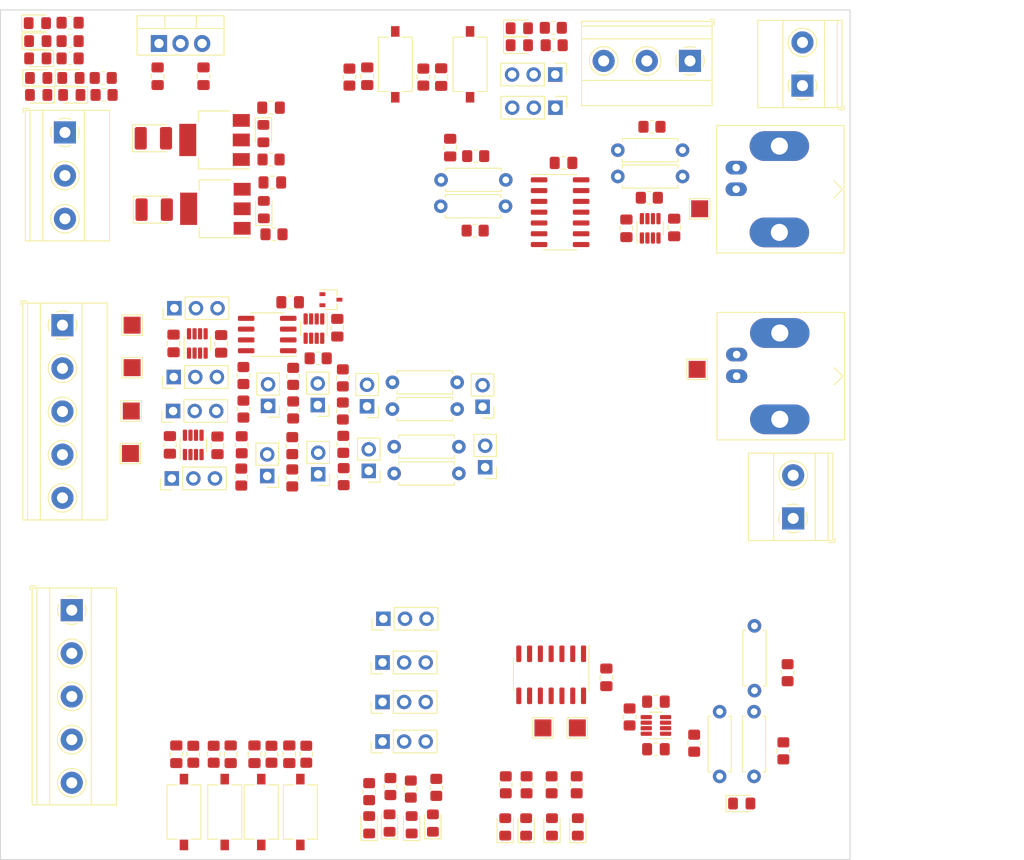
<source format=kicad_pcb>
(kicad_pcb (version 20221018) (generator pcbnew)
  (layers (0 "F.Cu" signal) (31 "B.Cu" signal) (34 "B.Paste" user) (35 "F.Paste" user) (36 "B.SilkS" user "B.Silkscreen") (37 "F.SilkS" user "F.Silkscreen") (38 "B.Mask" user) (39 "F.Mask" user) (44 "Edge.Cuts" user))
  (net 0 "")
  (net 1 "GND")
  (net 2 "/Filtro programable/V-")
  (net 3 "/Filtro programable/Sig_{Out}")
  (net 4 "/Filtro programable/SW_{1}")
  (net 5 "/Filtro programable/SW_{2}")
  (net 6 "/Sección c/SW_{1}")
  (net 7 "/Sección c/SW_{2}")
  (net 8 "/Sección c/SW_{3}")
  (net 9 "/Sección c/SW_{4}")
  (net 10 "Net-(D201-A)")
  (net 11 "Net-(D202-K)")
  (net 12 "Net-(D203-A)")
  (net 13 "Net-(D204-A)")
  (net 14 "Net-(D205-K)")
  (net 15 "Net-(D206-A)")
  (net 16 "Net-(D401-A)")
  (net 17 "Net-(D402-A)")
  (net 18 "Net-(D501-K)")
  (net 19 "Net-(D501-A)")
  (net 20 "Net-(D502-A)")
  (net 21 "Net-(D503-A)")
  (net 22 "Net-(D504-A)")
  (net 23 "Net-(D505-A)")
  (net 24 "Net-(D506-A)")
  (net 25 "Net-(D507-A)")
  (net 26 "Net-(D508-A)")
  (net 27 "Net-(D509-A)")
  (net 28 "Net-(F201-Pad2)")
  (net 29 "Net-(J201-Pin_3)")
  (net 30 "Net-(F202-Pad2)")
  (net 31 "/Sensor de temperatura/V_{1-Out}")
  (net 32 "/Sensor de temperatura/V_{1-Buff}")
  (net 33 "/Sensor de temperatura/U_{ratio-Out}")
  (net 34 "/Sensor de temperatura/V_{REF-Out}")
  (net 35 "/Sensor de temperatura/L_{ratio-Out}")
  (net 36 "/Sensor de temperatura/U_{ratio}")
  (net 37 "Net-(J303-Pad2)")
  (net 38 "Net-(J304-Pad2)")
  (net 39 "Net-(J305-Pad2)")
  (net 40 "Net-(J306-Pad2)")
  (net 41 "/Sensor de temperatura/U_{ratio-Buff}")
  (net 42 "/Sensor de temperatura/L_{ratio}")
  (net 43 "Net-(J308-Pad2)")
  (net 44 "Net-(J309-Pad2)")
  (net 45 "Net-(J310-Pad2)")
  (net 46 "Net-(J311-Pad2)")
  (net 47 "/Sensor de temperatura/V_{REF_Buff}")
  (net 48 "/Sensor de temperatura/V_{REF}")
  (net 49 "/Sensor de temperatura/L_{ratio-Buff}")
  (net 50 "/Filtro programable/Sig_{IN}")
  (net 51 "/Filtro programable/V_{Control-1}")
  (net 52 "/Filtro programable/CS_{1}")
  (net 53 "/Filtro programable/V_{Control-2}")
  (net 54 "/Filtro programable/CS_{2}")
  (net 55 "/Sección c/CS_{1}")
  (net 56 "/Sección c/CS_{2}")
  (net 57 "/Sección c/CS_{3}")
  (net 58 "/Sección c/CS_{4}")
  (net 59 "/Sección c/V_{Control-1}")
  (net 60 "/Sección c/V_{Control-2}")
  (net 61 "/Sección c/V_{Control-3}")
  (net 62 "/Sección c/V_{Control-4}")
  (net 63 "/Sensor de temperatura/V_{1}")
  (net 64 "Net-(U301-V_{OUT})")
  (net 65 "Net-(R401-Pad1)")
  (net 66 "Net-(R403-Pad1)")
  (net 67 "/Filtro programable/Sig_{IN-Buff}")
  (net 68 "Net-(R405-Pad2)")
  (net 69 "Net-(R407-Pad2)")
  (net 70 "Net-(U502A--)")
  (net 71 "Net-(R511-Pad1)")
  (net 72 "Net-(R512-Pad1)")
  (net 73 "Net-(R513-Pad1)")
  (net 74 "Net-(R514-Pad1)")
  (net 75 "Net-(R519-Pad1)")
  (net 81 "/Sensor de temperatura/V_{2.5}")
  (net 82 "+5V")
  (net 83 "VCC")
  (net 84 "VSS")
  (net 85 "Net-(D209-K)")
  (net 87 "Net-(D206-K)")
  (net 88 "Net-(J201-Pin_1)")
  (net 89 "Net-(D208-K)")
  (footprint "Resistor_SMD:R_0805_2012Metric_Pad1.20x1.40mm_HandSolder" (layer "F.Cu") (at 114.775 54.9 90)
    (fp_text reference "R411" hide)
    (fp_text value "10K" hide)
    (pad "1" smd roundrect (at -1 0 90) (size 1.2 1.4) (layers "F.Cu" "F.Paste" "F.Mask") (roundrect_rratio 0.208333) (net 4 "/Filtro programable/SW_{1}"))
    (pad "2" smd roundrect (at 1 0 90) (size 1.2 1.4) (layers "F.Cu" "F.Paste" "F.Mask") (roundrect_rratio 0.208333) (net 1 "GND"))
  )
  (footprint "Resistor_SMD:R_0805_2012Metric_Pad1.20x1.40mm_HandSolder" (layer "F.Cu") (at 106.075 54.9 90)
    (fp_text reference "R412" hide)
    (fp_text value "10K" hide)
    (pad "1" smd roundrect (at -1 0 90) (size 1.2 1.4) (layers "F.Cu" "F.Paste" "F.Mask") (roundrect_rratio 0.208333) (net 5 "/Filtro programable/SW_{2}"))
    (pad "2" smd roundrect (at 1 0 90) (size 1.2 1.4) (layers "F.Cu" "F.Paste" "F.Mask") (roundrect_rratio 0.208333) (net 1 "GND"))
  )
  (footprint "TestPoint:TestPoint_Pad_2.0x2.0mm" (layer "F.Cu") (at 147.3 70.4 180)
    (fp_text reference "TP401" hide)
    (fp_text value "TestPoint_Flag" hide)
    (pad "1" smd rect (at 0 0 180) (size 2 2) (layers "F.Cu" "F.Mask") (net 50 "/Filtro programable/Sig_{IN}"))
  )
  (footprint "Connector_PinHeader_2.54mm:PinHeader_1x02_P2.54mm_Vertical" (layer "F.Cu") (at 122.05 100.825 180)
    (fp_text reference "J311" hide)
    (fp_text value "~" hide)
    (pad "1" thru_hole rect (at 0 0 180) (size 1.7 1.7) (drill 1) (layers "*.Cu" "*.Mask") (net 42 "/Sensor de temperatura/L_{ratio}"))
    (pad "2" thru_hole oval (at 0 2.54 180) (size 1.7 1.7) (drill 1) (layers "*.Cu" "*.Mask") (net 46 "Net-(J311-Pad2)"))
  )
  (footprint "Connector_Coaxial:BNC_Amphenol_B6252HB-NPP3G-50_Horizontal" (layer "F.Cu") (at 151.6 68.1 -90)
    (fp_text reference "J401" hide)
    (fp_text value "Conn_Coaxial" hide)
    (pad "1" thru_hole oval (at 0 0 270) (size 1.6 2.5) (drill 0.89) (layers "*.Cu" "*.Mask") (net 50 "/Filtro programable/Sig_{IN}"))
    (pad "2" thru_hole oval (at -5.08 -5.08 270) (size 3.5 7) (drill 2.01) (layers "*.Cu" "*.Mask") (net 1 "GND"))
    (pad "2" thru_hole oval (at -2.54 0 270) (size 1.6 2.5) (drill 0.89) (layers "*.Cu" "*.Mask") (net 1 "GND"))
    (pad "2" thru_hole oval (at 5.08 -5.08 270) (size 3.5 7) (drill 2.01) (layers "*.Cu" "*.Mask") (net 1 "GND"))
  )
  (footprint "Resistor_SMD:R_0805_2012Metric_Pad1.20x1.40mm_HandSolder" (layer "F.Cu") (at 126.925 138.195 -90)
    (fp_text reference "R512" hide)
    (fp_text value "670R" hide)
    (pad "1" smd roundrect (at -1 0 270) (size 1.2 1.4) (layers "F.Cu" "F.Paste" "F.Mask") (roundrect_rratio 0.208333) (net 72 "Net-(R512-Pad1)"))
    (pad "2" smd roundrect (at 1 0 270) (size 1.2 1.4) (layers "F.Cu" "F.Paste" "F.Mask") (roundrect_rratio 0.208333) (net 21 "Net-(D503-A)"))
  )
  (footprint "TerminalBlock_Phoenix:TerminalBlock_Phoenix_MKDS-1,5-2-5.08_1x02_P5.08mm_Horizontal" (layer "F.Cu") (at 158.305 106.845 90)
    (fp_text reference "J404" hide)
    (fp_text value "Screw_Terminal_01x02" hide)
    (pad "1" thru_hole rect (at 0 0 90) (size 2.6 2.6) (drill 1.3) (layers "*.Cu" "*.Mask") (net 3 "/Filtro programable/Sig_{Out}"))
    (pad "2" thru_hole circle (at 5.08 0 90) (size 2.6 2.6) (drill 1.3) (layers "*.Cu" "*.Mask") (net 1 "GND"))
  )
  (footprint "Diode_SMD:D_0805_2012Metric_Pad1.15x1.40mm_HandSolder" (layer "F.Cu") (at 129.915 143.15 90)
    (fp_text reference "D504" hide)
    (fp_text value "LED_Filled" hide)
    (pad "1" smd roundrect (at -1.025 0 90) (size 1.15 1.4) (layers "F.Cu" "F.Paste" "F.Mask") (roundrect_rratio 0.217391) (net 1 "GND"))
    (pad "2" smd roundrect (at 1.025 0 90) (size 1.15 1.4) (layers "F.Cu" "F.Paste" "F.Mask") (roundrect_rratio 0.217391) (net 22 "Net-(D504-A)"))
  )
  (footprint "Resistor_THT:R_Axial_DIN0207_L6.3mm_D2.5mm_P7.62mm_Horizontal" (layer "F.Cu") (at 118.76 93.975 180)
    (fp_text reference "R309" hide)
    (fp_text value "10K" hide)
    (pad "1" thru_hole circle (at 0 0 180) (size 1.6 1.6) (drill 0.8) (layers "*.Cu" "*.Mask") (net 40 "Net-(J306-Pad2)"))
    (pad "2" thru_hole oval (at 7.62 0 180) (size 1.6 1.6) (drill 0.8) (layers "*.Cu" "*.Mask") (net 48 "/Sensor de temperatura/V_{REF}"))
  )
  (footprint "Resistor_SMD:R_0805_2012Metric_Pad1.20x1.40mm_HandSolder" (layer "F.Cu") (at 116.3 138.5 -90)
    (fp_text reference "R518" hide)
    (fp_text value "670R" hide)
    (pad "1" smd roundrect (at -1 0 270) (size 1.2 1.4) (layers "F.Cu" "F.Paste" "F.Mask") (roundrect_rratio 0.208333) (net 59 "/Sección c/V_{Control-1}"))
    (pad "2" smd roundrect (at 1 0 270) (size 1.2 1.4) (layers "F.Cu" "F.Paste" "F.Mask") (roundrect_rratio 0.208333) (net 27 "Net-(D509-A)"))
  )
  (footprint "Connector_PinHeader_2.54mm:PinHeader_1x03_P2.54mm_Vertical" (layer "F.Cu") (at 110.075 118.65 90)
    (fp_text reference "J502" hide)
    (fp_text value "~" hide)
    (pad "1" thru_hole rect (at 0 0 90) (size 1.7 1.7) (drill 1) (layers "*.Cu" "*.Mask") (net 55 "/Sección c/CS_{1}"))
    (pad "2" thru_hole oval (at 0 2.54 90) (size 1.7 1.7) (drill 1) (layers "*.Cu" "*.Mask") (net 59 "/Sección c/V_{Control-1}"))
    (pad "3" thru_hole oval (at 0 5.08 90) (size 1.7 1.7) (drill 1) (layers "*.Cu" "*.Mask") (net 6 "/Sección c/SW_{1}"))
  )
  (footprint "Resistor_SMD:R_0805_2012Metric_Pad1.20x1.40mm_HandSolder" (layer "F.Cu") (at 105.3 90.3 -90)
    (fp_text reference "R303" hide)
    (fp_text value "10K" hide)
    (pad "1" smd roundrect (at -1 0 270) (size 1.2 1.4) (layers "F.Cu" "F.Paste" "F.Mask") (roundrect_rratio 0.208333) (net 63 "/Sensor de temperatura/V_{1}"))
    (pad "2" smd roundrect (at 1 0 270) (size 1.2 1.4) (layers "F.Cu" "F.Paste" "F.Mask") (roundrect_rratio 0.208333) (net 39 "Net-(J305-Pad2)"))
  )
  (footprint "Diode_SMD:D_0805_2012Metric_Pad1.15x1.40mm_HandSolder" (layer "F.Cu") (at 113.4 142.9 90)
    (fp_text reference "D508" hide)
    (fp_text value "LED_Filled" hide)
    (pad "1" smd roundrect (at -1.025 0 90) (size 1.15 1.4) (layers "F.Cu" "F.Paste" "F.Mask") (roundrect_rratio 0.217391) (net 1 "GND"))
    (pad "2" smd roundrect (at 1.025 0 90) (size 1.15 1.4) (layers "F.Cu" "F.Paste" "F.Mask") (roundrect_rratio 0.217391) (net 26 "Net-(D508-A)"))
  )
  (footprint "Diode_SMD:D_0805_2012Metric_Pad1.15x1.40mm_HandSolder" (layer "F.Cu") (at 69.5 57 180)
    (fp_text reference "D202" hide)
    (fp_text value "LED_Filled" hide)
    (pad "1" smd roundrect (at -1.025 0 180) (size 1.15 1.4) (layers "F.Cu" "F.Paste" "F.Mask") (roundrect_rratio 0.217391) (net 11 "Net-(D202-K)"))
    (pad "2" smd roundrect (at 1.025 0 180) (size 1.15 1.4) (layers "F.Cu" "F.Paste" "F.Mask") (roundrect_rratio 0.217391) (net 1 "GND"))
  )
  (footprint "Capacitor_SMD:C_0805_2012Metric_Pad1.18x1.45mm_HandSolder" (layer "F.Cu") (at 85.7 134.6 90)
    (fp_text reference "C504" hide)
    (fp_text value "100nF" hide)
    (pad "1" smd roundrect (at -1.0375 0 90) (size 1.175 1.45) (layers "F.Cu" "F.Paste" "F.Mask") (roundrect_rratio 0.212766) (net 9 "/Sección c/SW_{4}"))
    (pad "2" smd roundrect (at 1.0375 0 90) (size 1.175 1.45) (layers "F.Cu" "F.Paste" "F.Mask") (roundrect_rratio 0.212766) (net 1 "GND"))
  )
  (footprint "Capacitor_SMD:C_0805_2012Metric_Pad1.18x1.45mm_HandSolder" (layer "F.Cu") (at 96.85 58.5)
    (fp_text reference "C203" hide)
    (fp_text value "3.3uF" hide)
    (pad "1" smd roundrect (at -1.0375 0) (size 1.175 1.45) (layers "F.Cu" "F.Paste" "F.Mask") (roundrect_rratio 0.212766) (net 83 "VCC"))
    (pad "2" smd roundrect (at 1.0375 0) (size 1.175 1.45) (layers "F.Cu" "F.Paste" "F.Mask") (roundrect_rratio 0.212766) (net 1 "GND"))
  )
  (footprint "Capacitor_SMD:C_0805_2012Metric_Pad1.18x1.45mm_HandSolder" (layer "F.Cu") (at 90.975 86.3 -90)
    (fp_text reference "C305" hide)
    (fp_text value "100nF" hide)
    (pad "1" smd roundrect (at -1.0375 0 270) (size 1.175 1.45) (layers "F.Cu" "F.Paste" "F.Mask") (roundrect_rratio 0.212766) (net 1 "GND"))
    (pad "2" smd roundrect (at 1.0375 0 270) (size 1.175 1.45) (layers "F.Cu" "F.Paste" "F.Mask") (roundrect_rratio 0.212766) (net 84 "VSS"))
  )
  (footprint "Resistor_SMD:R_0805_2012Metric_Pad1.20x1.40mm_HandSolder" (layer "F.Cu") (at 97.2 73.4 180)
    (fp_text reference "R205" hide)
    (fp_text value "10K" hide)
    (pad "1" smd roundrect (at -1 0 180) (size 1.2 1.4) (layers "F.Cu" "F.Paste" "F.Mask") (roundrect_rratio 0.208333) (net 1 "GND"))
    (pad "2" smd roundrect (at 1 0 180) (size 1.2 1.4) (layers "F.Cu" "F.Paste" "F.Mask") (roundrect_rratio 0.208333) (net 85 "Net-(D209-K)"))
  )
  (footprint "Button_Switch_SMD:SW_Tactile_SPST_NO_Straight_CK_PTS636Sx25SMTRLFS" (layer "F.Cu") (at 86.6 141.4 -90)
    (fp_text reference "SW504" hide)
    (fp_text value "SW_Push" hide)
    (pad "1" smd rect (at -3.875 0 270) (size 1.25 1) (layers "F.Cu" "F.Paste" "F.Mask") (net 9 "/Sección c/SW_{4}"))
    (pad "2" smd rect (at 3.875 0 270) (size 1.25 1) (layers "F.Cu" "F.Paste" "F.Mask") (net 82 "+5V"))
  )
  (footprint "Resistor_SMD:R_0805_2012Metric_Pad1.20x1.40mm_HandSolder" (layer "F.Cu") (at 99.35 98.275 -90)
    (fp_text reference "R311" hide)
    (fp_text value "10K" hide)
    (pad "1" smd roundrect (at -1 0 270) (size 1.2 1.4) (layers "F.Cu" "F.Paste" "F.Mask") (roundrect_rratio 0.208333) (net 48 "/Sensor de temperatura/V_{REF}"))
    (pad "2" smd roundrect (at 1 0 270) (size 1.2 1.4) (layers "F.Cu" "F.Paste" "F.Mask") (roundrect_rratio 0.208333) (net 44 "Net-(J309-Pad2)"))
  )
  (footprint "Capacitor_SMD:C_0805_2012Metric_Pad1.18x1.45mm_HandSolder" (layer "F.Cu") (at 88.9 54.8 -90)
    (fp_text reference "C202" hide)
    (fp_text value "3.3uF" hide)
    (pad "1" smd roundrect (at -1.0375 0 270) (size 1.175 1.45) (layers "F.Cu" "F.Paste" "F.Mask") (roundrect_rratio 0.212766) (net 82 "+5V"))
    (pad "2" smd roundrect (at 1.0375 0 270) (size 1.175 1.45) (layers "F.Cu" "F.Paste" "F.Mask") (roundrect_rratio 0.212766) (net 1 "GND"))
  )
  (footprint "Resistor_SMD:R_0805_2012Metric_Pad1.20x1.40mm_HandSolder" (layer "F.Cu") (at 96.9 134.6 90)
    (fp_text reference "R504" hide)
    (fp_text value "10K" hide)
    (pad "1" smd roundrect (at -1 0 90) (size 1.2 1.4) (layers "F.Cu" "F.Paste" "F.Mask") (roundrect_rratio 0.208333) (net 7 "/Sección c/SW_{2}"))
    (pad "2" smd roundrect (at 1 0 90) (size 1.2 1.4) (layers "F.Cu" "F.Paste" "F.Mask") (roundrect_rratio 0.208333) (net 1 "GND"))
  )
  (footprint "Resistor_SMD:R_0805_2012Metric_Pad1.20x1.40mm_HandSolder" (layer "F.Cu") (at 120.875 72.97 180)
    (fp_text reference "R401" hide)
    (fp_text value "10K" hide)
    (pad "1" smd roundrect (at -1 0 180) (size 1.2 1.4) (layers "F.Cu" "F.Paste" "F.Mask") (roundrect_rratio 0.208333) (net 65 "Net-(R401-Pad1)"))
    (pad "2" smd roundrect (at 1 0 180) (size 1.2 1.4) (layers "F.Cu" "F.Paste" "F.Mask") (roundrect_rratio 0.208333) (net 3 "/Filtro programable/Sig_{Out}"))
  )
  (footprint "Diode_SMD:D_0805_2012Metric_Pad1.15x1.40mm_HandSolder" (layer "F.Cu") (at 110.8 142.7 90)
    (fp_text reference "D507" hide)
    (fp_text value "LED_Filled" hide)
    (pad "1" smd roundrect (at -1.025 0 90) (size 1.15 1.4) (layers "F.Cu" "F.Paste" "F.Mask") (roundrect_rratio 0.217391) (net 1 "GND"))
    (pad "2" smd roundrect (at 1.025 0 90) (size 1.15 1.4) (layers "F.Cu" "F.Paste" "F.Mask") (roundrect_rratio 0.217391) (net 25 "Net-(D507-A)"))
  )
  (footprint "Capacitor_SMD:C_0805_2012Metric_Pad1.18x1.45mm_HandSolder" (layer "F.Cu") (at 116.875 54.9 90)
    (fp_text reference "C405" hide)
    (fp_text value "100nF" hide)
    (pad "1" smd roundrect (at -1.0375 0 90) (size 1.175 1.45) (layers "F.Cu" "F.Paste" "F.Mask") (roundrect_rratio 0.212766) (net 4 "/Filtro programable/SW_{1}"))
    (pad "2" smd roundrect (at 1.0375 0 90) (size 1.175 1.45) (layers "F.Cu" "F.Paste" "F.Mask") (roundrect_rratio 0.212766) (net 1 "GND"))
  )
  (footprint "Resistor_SMD:R_0805_2012Metric_Pad1.20x1.40mm_HandSolder" (layer "F.Cu") (at 130.075 49.1 180)
    (fp_text reference "R409" hide)
    (fp_text value "670R" hide)
    (pad "1" smd roundrect (at -1 0 180) (size 1.2 1.4) (layers "F.Cu" "F.Paste" "F.Mask") (roundrect_rratio 0.208333) (net 53 "/Filtro programable/V_{Control-2}"))
    (pad "2" smd roundrect (at 1 0 180) (size 1.2 1.4) (layers "F.Cu" "F.Paste" "F.Mask") (roundrect_rratio 0.208333) (net 16 "Net-(D401-A)"))
  )
  (footprint "Package_TO_SOT_SMD:SOT-23-8" (layer "F.Cu") (at 101.9 84.5 -90)
    (fp_text reference "U302" hide)
    (fp_text value "TL082" hide)
    (pad "1" smd roundrect (at -1.1375 -0.975 270) (size 1.325 0.5) (layers "F.Cu" "F.Paste" "F.Mask") (net 48 "/Sensor de temperatura/V_{REF}"))
    (pad "2" smd roundrect (at -1.1375 -0.325 270) (size 1.325 0.5) (layers "F.Cu" "F.Paste" "F.Mask") (net 48 "/Sensor de temperatura/V_{REF}"))
    (pad "3" smd roundrect (at -1.1375 0.325 270) (size 1.325 0.5) (layers "F.Cu" "F.Paste" "F.Mask") (net 81 "/Sensor de temperatura/V_{2.5}"))
    (pad "4" smd roundrect (at -1.1375 0.975 270) (size 1.325 0.5) (layers "F.Cu" "F.Paste" "F.Mask") (net 84 "VSS"))
    (pad "5" smd roundrect (at 1.1375 0.975 270) (size 1.325 0.5) (layers "F.Cu" "F.Paste" "F.Mask") (net 64 "Net-(U301-V_{OUT})"))
    (pad "6" smd roundrect (at 1.1375 0.325 270) (size 1.325 0.5) (layers "F.Cu" "F.Paste" "F.Mask") (net 63 "/Sensor de temperatura/V_{1}"))
    (pad "7" smd roundrect (at 1.1375 -0.325 270) (size 1.325 0.5) (layers "F.Cu" "F.Paste" "F.Mask") (net 63 "/Sensor de temperatura/V_{1}"))
    (pad "8" smd roundrect (at 1.1375 -0.975 270) (size 1.325 0.5) (layers "F.Cu" "F.Paste" "F.Mask") (net 83 "VCC"))
  )
  (footprint "Connector_PinHeader_2.54mm:PinHeader_1x02_P2.54mm_Vertical" (layer "F.Cu") (at 108.35 101.25 180)
    (fp_text reference "J310" hide)
    (fp_text value "~" hide)
    (pad "1" thru_hole rect (at 0 0 180) (size 1.7 1.7) (drill 1) (layers "*.Cu" "*.Mask") (net 42 "/Sensor de temperatura/L_{ratio}"))
    (pad "2" thru_hole oval (at 0 2.54 180) (size 1.7 1.7) (drill 1) (layers "*.Cu" "*.Mask") (net 45 "Net-(J310-Pad2)"))
  )
  (footprint "Button_Switch_SMD:SW_Tactile_SPST_NO_Straight_CK_PTS636Sx25SMTRLFS" (layer "F.Cu") (at 91.4 141.4 -90)
    (fp_text reference "SW503" hide)
    (fp_text value "SW_Push" hide)
    (pad "1" smd rect (at -3.875 0 270) (size 1.25 1) (layers "F.Cu" "F.Paste" "F.Mask") (net 8 "/Sección c/SW_{3}"))
    (pad "2" smd rect (at 3.875 0 270) (size 1.25 1) (layers "F.Cu" "F.Paste" "F.Mask") (net 82 "+5V"))
  )
  (footprint "Resistor_SMD:R_0805_2012Metric_Pad1.20x1.40mm_HandSolder" (layer "F.Cu") (at 108.4 139 -90)
    (fp_text reference "R515" hide)
    (fp_text value "670R" hide)
    (pad "1" smd roundrect (at -1 0 270) (size 1.2 1.4) (layers "F.Cu" "F.Paste" "F.Mask") (roundrect_rratio 0.208333) (net 62 "/Sección c/V_{Control-4}"))
    (pad "2" smd roundrect (at 1 0 270) (size 1.2 1.4) (layers "F.Cu" "F.Paste" "F.Mask") (roundrect_rratio 0.208333) (net 24 "Net-(D506-A)"))
  )
  (footprint "Package_TO_SOT_SMD:SOT-23-8" (layer "F.Cu") (at 142.15 131.21 180)
    (fp_text reference "U502" hide)
    (fp_text value "TL082" hide)
    (pad "1" smd roundrect (at -1.1375 -0.975 180) (size 1.325 0.5) (layers "F.Cu" "F.Paste" "F.Mask") (net 18 "Net-(D501-K)"))
    (pad "2" smd roundrect (at -1.1375 -0.325 180) (size 1.325 0.5) (layers "F.Cu" "F.Paste" "F.Mask") (net 70 "Net-(U502A--)"))
    (pad "3" smd roundrect (at -1.1375 0.325 180) (size 1.325 0.5) (layers "F.Cu" "F.Paste" "F.Mask") (net 1 "GND"))
    (pad "4" smd roundrect (at -1.1375 0.975 180) (size 1.325 0.5) (layers "F.Cu" "F.Paste" "F.Mask") (net 84 "VSS"))
    (pad "5" smd roundrect (at 1.1375 0.975 180) (size 1.325 0.5) (layers "F.Cu" "F.Paste" "F.Mask") (net 1 "GND"))
    (pad "6" smd roundrect (at 1.1375 0.325 180) (size 1.325 0.5) (layers "F.Cu" "F.Paste" "F.Mask") (net 1 "GND"))
    (pad "7" smd roundrect (at 1.1375 -0.325 180) (size 1.325 0.5) (layers "F.Cu" "F.Paste" "F.Mask") (net 75 "Net-(R519-Pad1)"))
    (pad "8" smd roundrect (at 1.1375 -0.975 180) (size 1.325 0.5) (layers "F.Cu" "F.Paste" "F.Mask") (net 83 "VCC"))
  )
  (footprint "Resistor_SMD:R_0805_2012Metric_Pad1.20x1.40mm_HandSolder" (layer "F.Cu") (at 93.4 98.175 -90)
    (fp_text reference "R310" hide)
    (fp_text value "10K" hide)
    (pad "1" smd roundrect (at -1 0 270) (size 1.2 1.4) (layers "F.Cu" "F.Paste" "F.Mask") (roundrect_rratio 0.208333) (net 48 "/Sensor de temperatura/V_{REF}"))
    (pad "2" smd roundrect (at 1 0 270) (size 1.2 1.4) (layers "F.Cu" "F.Paste" "F.Mask") (roundrect_rratio 0.208333) (net 43 "Net-(J308-Pad2)"))
  )
  (footprint "Diode_SMD:D_0805_2012Metric_Pad1.15x1.40mm_HandSolder" (layer "F.Cu") (at 69.5 55)
    (fp_text reference "D207" hide)
    (fp_text value "LED_Filled" hide)
    (pad "1" smd roundrect (at -1.025 0) (size 1.15 1.4) (layers "F.Cu" "F.Paste" "F.Mask") (roundrect_rratio 0.217391) (net 1 "GND"))
    (pad "2" smd roundrect (at 1.025 0) (size 1.15 1.4) (layers "F.Cu" "F.Paste" "F.Mask") (roundrect_rratio 0.217391) (net 87 "Net-(D206-K)"))
  )
  (footprint "Connector_PinHeader_2.54mm:PinHeader_1x03_P2.54mm_Vertical" (layer "F.Cu") (at 109.975 128.45 90)
    (fp_text reference "J504" hide)
    (fp_text value "~" hide)
    (pad "1" thru_hole rect (at 0 0 90) (size 1.7 1.7) (drill 1) (layers "*.Cu" "*.Mask") (net 57 "/Sección c/CS_{3}"))
    (pad "2" thru_hole oval (at 0 2.54 90) (size 1.7 1.7) (drill 1) (layers "*.Cu" "*.Mask") (net 61 "/Sección c/V_{Control-3}"))
    (pad "3" thru_hole oval (at 0 5.08 90) (size 1.7 1.7) (drill 1) (layers "*.Cu" "*.Mask") (net 8 "/Sección c/SW_{3}"))
  )
  (footprint "Capacitor_SMD:C_0805_2012Metric_Pad1.18x1.45mm_HandSolder" (layer "F.Cu") (at 142.15 134.01)
    (fp_text reference "C505" hide)
    (fp_text value "100nF" hide)
    (pad "1" smd roundrect (at -1.0375 0) (size 1.175 1.45) (layers "F.Cu" "F.Paste" "F.Mask") (roundrect_rratio 0.212766) (net 83 "VCC"))
    (pad "2" smd roundrect (at 1.0375 0) (size 1.175 1.45) (layers "F.Cu" "F.Paste" "F.Mask") (roundrect_rratio 0.212766) (net 1 "GND"))
  )
  (footprint "Connector_PinHeader_2.54mm:PinHeader_1x03_P2.54mm_Vertical" (layer "F.Cu") (at 130.325 58.5 -90)
    (fp_text reference "J405" hide)
    (fp_text value "~" hide)
    (pad "1" thru_hole rect (at 0 0 270) (size 1.7 1.7) (drill 1) (layers "*.Cu" "*.Mask") (net 52 "/Filtro programable/CS_{1}"))
    (pad "2" thru_hole oval (at 0 2.54 270) (size 1.7 1.7) (drill 1) (layers "*.Cu" "*.Mask") (net 51 "/Filtro programable/V_{Control-1}"))
    (pad "3" thru_hole oval (at 0 5.08 270) (size 1.7 1.7) (drill 1) (layers "*.Cu" "*.Mask") (net 4 "/Filtro programable/SW_{1}"))
  )
  (footprint "Resistor_SMD:R_0805_2012Metric_Pad1.20x1.40mm_HandSolder" (layer "F.Cu") (at 99.35 102.075 -90)
    (fp_text reference "R315" hide)
    (fp_text value "10K" hide)
    (pad "1" smd roundrect (at -1 0 270) (size 1.2 1.4) (layers "F.Cu" "F.Paste" "F.Mask") (roundrect_rratio 0.208333) (net 44 "Net-(J309-Pad2)"))
    (pad "2" smd roundrect (at 1 0 270) (size 1.2 1.4) (layers "F.Cu" "F.Paste" "F.Mask") (roundrect_rratio 0.208333) (net 1 "GND"))
  )
  (footprint "Connector_Coaxial:BNC_Amphenol_B6252HB-NPP3G-50_Horizontal" (layer "F.Cu") (at 151.65 90.1 -90)
    (fp_text reference "J403" hide)
    (fp_text value "Conn_Coaxial" hide)
    (pad "1" thru_hole oval (at 0 0 270) (size 1.6 2.5) (drill 0.89) (layers "*.Cu" "*.Mask") (net 3 "/Filtro programable/Sig_{Out}"))
    (pad "2" thru_hole oval (at -5.08 -5.08 270) (size 3.5 7) (drill 2.01) (layers "*.Cu" "*.Mask") (net 1 "GND"))
    (pad "2" thru_hole oval (at -2.54 0 270) (size 1.6 2.5) (drill 0.89) (layers "*.Cu" "*.Mask") (net 1 "GND"))
    (pad "2" thru_hole oval (at 5.08 -5.08 270) (size 3.5 7) (drill 2.01) (layers "*.Cu" "*.Mask") (net 1 "GND"))
  )
  (footprint "Resistor_SMD:R_0805_2012Metric_Pad1.20x1.40mm_HandSolder" (layer "F.Cu") (at 99.45 90.125 -90)
    (fp_text reference "R302" hide)
    (fp_text value "10K" hide)
    (pad "1" smd roundrect (at -1 0 270) (size 1.2 1.4) (layers "F.Cu" "F.Paste" "F.Mask") (roundrect_rratio 0.208333) (net 63 "/Sensor de temperatura/V_{1}"))
    (pad "2" smd roundrect (at 1 0 270) (size 1.2 1.4) (layers "F.Cu" "F.Paste" "F.Mask") (roundrect_rratio 0.208333) (net 38 "Net-(J304-Pad2)"))
  )
  (footprint "Resistor_SMD:R_0805_2012Metric_Pad1.20x1.40mm_HandSolder" (layer "F.Cu") (at 77.1 55)
    (fp_text reference "R207" hide)
    (fp_text value "1K5" hide)
    (pad "1" smd roundrect (at -1 0) (size 1.2 1.4) (layers "F.Cu" "F.Paste" "F.Mask") (roundrect_rratio 0.208333) (net 15 "Net-(D206-A)"))
    (pad "2" smd roundrect (at 1 0) (size 1.2 1.4) (layers "F.Cu" "F.Paste" "F.Mask") (roundrect_rratio 0.208333) (net 29 "Net-(J201-Pin_3)"))
  )
  (footprint "Connector_PinHeader_2.54mm:PinHeader_1x02_P2.54mm_Vertical" (layer "F.Cu") (at 121.75 93.7 180)
    (fp_text reference "J306" hide)
    (fp_text value "~" hide)
    (pad "1" thru_hole rect (at 0 0 180) (size 1.7 1.7) (drill 1) (layers "*.Cu" "*.Mask") (net 36 "/Sensor de temperatura/U_{ratio}"))
    (pad "2" thru_hole oval (at 0 2.54 180) (size 1.7 1.7) (drill 1) (layers "*.Cu" "*.Mask") (net 40 "Net-(J306-Pad2)"))
  )
  (footprint "Connector_PinHeader_2.54mm:PinHeader_1x02_P2.54mm_Vertical" (layer "F.Cu") (at 96.4 101.85 180)
    (fp_text reference "J308" hide)
    (fp_text value "~" hide)
    (pad "1" thru_hole rect (at 0 0 180) (size 1.7 1.7) (drill 1) (layers "*.Cu" "*.Mask") (net 42 "/Sensor de temperatura/L_{ratio}"))
    (pad "2" thru_hole oval (at 0 2.54 180) (size 1.7 1.7) (drill 1) (layers "*.Cu" "*.Mask") (net 43 "Net-(J308-Pad2)"))
  )
  (footprint "Package_TO_SOT_THT:TO-220-3_Vertical" (layer "F.Cu") (at 83.66 50.945)
    (fp_text reference "U201" hide)
    (fp_text value "LM7805_TO220" hide)
    (pad "1" thru_hole rect (at 0 0) (size 1.905 2) (drill 1.1) (layers "*.Cu" "*.Mask") (net 83 "VCC"))
    (pad "2" thru_hole oval (at 2.54 0) (size 1.905 2) (drill 1.1) (layers "*.Cu" "*.Mask") (net 1 "GND"))
    (pad "3" thru_hole oval (at 5.08 0) (size 1.905 2) (drill 1.1) (layers "*.Cu" "*.Mask") (net 82 "+5V"))
  )
  (footprint "TestPoint:TestPoint_Pad_2.0x2.0mm" (layer "F.Cu") (at 80.4 94.2)
    (fp_text reference "TP303" hide)
    (fp_text value "TestPoint_Flag" hide)
    (pad "1" smd rect (at 0 0) (size 2 2) (layers "F.Cu" "F.Mask") (net 34 "/Sensor de temperatura/V_{REF-Out}"))
  )
  (footprint "TerminalBlock_Phoenix:TerminalBlock_Phoenix_MKDS-1,5-5-5.08_1x05_P5.08mm_Horizontal" (layer "F.Cu") (at 72.3 84.1 -90)
    (fp_text reference "J302" hide)
    (fp_text value "Screw_Terminal_01x05" hide)
    (pad "1" thru_hole rect (at 0 0 270) (size 2.6 2.6) (drill 1.3) (layers "*.Cu" "*.Mask") (net 31 "/Sensor de temperatura/V_{1-Out}"))
    (pad "2" thru_hole circle (at 5.08 0 270) (size 2.6 2.6) (drill 1.3) (layers "*.Cu" "*.Mask") (net 33 "/Sensor de temperatura/U_{ratio-Out}"))
    (pad "3" thru_hole circle (at 10.16 0 270) (size 2.6 2.6) (drill 1.3) (layers "*.Cu" "*.Mask") (net 34 "/Sensor de temperatura/V_{REF-Out}"))
    (pad "4" thru_hole circle (at 15.24 0 270) (size 2.6 2.6) (drill 1.3) (layers "*.Cu" "*.Mask") (net 35 "/Sensor de temperatura/L_{ratio-Out}"))
    (pad "5" thru_hole circle (at 20.32 0 270) (size 2.6 2.6) (drill 1.3) (layers "*.Cu" "*.Mask") (net 1 "GND"))
  )
  (footprint "Diode_SMD:D_0805_2012Metric_Pad1.15x1.40mm_HandSolder" (layer "F.Cu") (at 69.4 50.665)
    (fp_text reference "D204" hide)
    (fp_text value "LED_Filled" hide)
    (pad "1" smd roundrect (at -1.025 0) (size 1.15 1.4) (layers "F.Cu" "F.Paste" "F.Mask") (roundrect_rratio 0.217391) (net 1 "GND"))
    (pad "2" smd roundrect (at 1.025 0) (size 1.15 1.4) (layers "F.Cu" "F.Paste" "F.Mask") (roundrect_rratio 0.217391) (net 13 "Net-(D204-A)"))
  )
  (footprint "Resistor_SMD:R_0805_2012Metric_Pad1.20x1.40mm_HandSolder" (layer "F.Cu") (at 130.175 51.15 180)
    (fp_text reference "R410" hide)
    (fp_text value "670R" hide)
    (pad "1" smd roundrect (at -1 0 180) (size 1.2 1.4) (layers "F.Cu" "F.Paste" "F.Mask") (roundrect_rratio 0.208333) (net 51 "/Filtro programable/V_{Control-1}"))
    (pad "2" smd roundrect (at 1 0 180) (size 1.2 1.4) (layers "F.Cu" "F.Paste" "F.Mask") (roundrect_rratio 0.208333) (net 17 "Net-(D402-A)"))
  )
  (footprint "Package_TO_SOT_SMD:SOT-223" (layer "F.Cu") (at 90.2 62.3 180)
    (fp_text reference "Q201" hide)
    (fp_text value "Q_PMOS_GDSD" hide)
    (pad "1" smd rect (at -3.15 -2.3 180) (size 2 1.5) (layers "F.Cu" "F.Paste" "F.Mask") (net 10 "Net-(D201-A)"))
    (pad "2" smd rect (at -3.15 0 180) (size 2 1.5) (layers "F.Cu" "F.Paste" "F.Mask") (net 28 "Net-(F201-Pad2)"))
    (pad "3" smd rect (at -3.15 2.3 180) (size 2 1.5) (layers "F.Cu" "F.Paste" "F.Mask") (net 83 "VCC"))
    (pad "4" smd rect (at 3.15 0 180) (size 2 3.8) (layers "F.Cu" "F.Paste" "F.Mask") (net 28 "Net-(F201-Pad2)"))
  )
  (footprint "TerminalBlock_Phoenix:TerminalBlock_Phoenix_MKDS-1,5-2-5.08_1x02_P5.08mm_Horizontal" (layer "F.Cu") (at 159.4 55.9 90)
    (fp_text reference "J402" hide)
    (fp_text value "Screw_Terminal_01x02" hide)
    (pad "1" thru_hole rect (at 0 0 90) (size 2.6 2.6) (drill 1.3) (layers "*.Cu" "*.Mask") (net 50 "/Filtro programable/Sig_{IN}"))
    (pad "2" thru_hole circle (at 5.08 0 90) (size 2.6 2.6) (drill 1.3) (layers "*.Cu" "*.Mask") (net 1 "GND"))
  )
  (footprint "Diode_SMD:D_0805_2012Metric_Pad1.15x1.40mm_HandSolder" (layer "F.Cu") (at 126.075 49.15)
    (fp_text reference "D401" hide)
    (fp_text value "LED_Filled" hide)
    (pad "1" smd roundrect (at -1.025 0) (size 1.15 1.4) (layers "F.Cu" "F.Paste" "F.Mask") (roundrect_rratio 0.217391) (net 1 "GND"))
    (pad "2" smd roundrect (at 1.025 0) (size 1.15 1.4) (layers "F.Cu" "F.Paste" "F.Mask") (roundrect_rratio 0.217391) (net 16 "Net-(D401-A)"))
  )
  (footprint "Resistor_SMD:R_0805_2012Metric_Pad1.20x1.40mm_HandSolder" (layer "F.Cu") (at 124.48 138.195 -90)
    (fp_text reference "R511" hide)
    (fp_text value "670R" hide)
    (pad "1" smd roundrect (at -1 0 270) (size 1.2 1.4) (layers "F.Cu" "F.Paste" "F.Mask") (roundrect_rratio 0.208333) (net 71 "Net-(R511-Pad1)"))
    (pad "2" smd roundrect (at 1 0 270) (size 1.2 1.4) (layers "F.Cu" "F.Paste" "F.Mask") (roundrect_rratio 0.208333) (net 20 "Net-(D502-A)"))
  )
  (footprint "Diode_SMD:D_0805_2012Metric_Pad1.15x1.40mm_HandSolder" (layer "F.Cu") (at 69.4 52.7 180)
    (fp_text reference "D208" hide)
    (fp_text value "LED_Filled" hide)
    (pad "1" smd roundrect (at -1.025 0 180) (size 1.15 1.4) (layers "F.Cu" "F.Paste" "F.Mask") (roundrect_rratio 0.217391) (net 89 "Net-(D208-K)"))
    (pad "2" smd roundrect (at 1.025 0 180) (size 1.15 1.4) (layers "F.Cu" "F.Paste" "F.Mask") (roundrect_rratio 0.217391) (net 1 "GND"))
  )
  (footprint "Diode_SMD:D_0805_2012Metric_Pad1.15x1.40mm_HandSolder" (layer "F.Cu") (at 132.955 143.15 90)
    (fp_text reference "D505" hide)
    (fp_text value "LED_Filled" hide)
    (pad "1" smd roundrect (at -1.025 0 90) (size 1.15 1.4) (layers "F.Cu" "F.Paste" "F.Mask") (roundrect_rratio 0.217391) (net 1 "GND"))
    (pad "2" smd roundrect (at 1.025 0 90) (size 1.15 1.4) (layers "F.Cu" "F.Paste" "F.Mask") (roundrect_rratio 0.217391) (net 23 "Net-(D505-A)"))
  )
  (footprint "Diode_SMD:D_0805_2012Metric_Pad1.15x1.40mm_HandSolder" (layer "F.Cu") (at 73.4 57 180)
    (fp_text reference "D205" hide)
    (fp_text value "1n4007" hide)
    (pad "1" smd roundrect (at -1.025 0 180) (size 1.15 1.4) (layers "F.Cu" "F.Paste" "F.Mask") (roundrect_rratio 0.217391) (net 14 "Net-(D205-K)"))
    (pad "2" smd roundrect (at 1.025 0 180) (size 1.15 1.4) (layers "F.Cu" "F.Paste" "F.Mask") (roundrect_rratio 0.217391) (net 11 "Net-(D202-K)"))
  )
  (footprint "Capacitor_SMD:C_0805_2012Metric_Pad1.18x1.45mm_HandSolder" (layer "F.Cu") (at 92.1 134.6 90)
    (fp_text reference "C503" hide)
    (fp_text value "100nF" hide)
    (pad "1" smd roundrect (at -1.0375 0 90) (size 1.175 1.45) (layers "F.Cu" "F.Paste" "F.Mask") (roundrect_rratio 0.212766) (net 8 "/Sección c/SW_{3}"))
    (pad "2" smd roundrect (at 1.0375 0 90) (size 1.175 1.45) (layers "F.Cu" "F.Paste" "F.Mask") (roundrect_rratio 0.212766) (net 1 "GND"))
  )
  (footprint "Capacitor_SMD:C_0805_2012Metric_Pad1.18x1.45mm_HandSolder" (layer "F.Cu") (at 144.3 72.6 -90)
    (fp_text reference "C404" hide)
    (fp_text value "100nF" hide)
    (pad "1" smd roundrect (at -1.0375 0 270) (size 1.175 1.45) (layers "F.Cu" "F.Paste" "F.Mask") (roundrect_rratio 0.212766) (net 1 "GND"))
    (pad "2" smd roundrect (at 1.0375 0 270) (size 1.175 1.45) (layers "F.Cu" "F.Paste" "F.Mask") (roundrect_rratio 0.212766) (net 84 "VSS"))
  )
  (footprint "Resistor_SMD:R_0805_2012Metric_Pad1.20x1.40mm_HandSolder" (layer "F.Cu") (at 105.4 101.925 -90)
    (fp_text reference "R316" hide)
    (fp_text value "10K" hide)
    (pad "1" smd roundrect (at -1 0 270) (size 1.2 1.4) (layers "F.Cu" "F.Paste" "F.Mask") (roundrect_rratio 0.208333) (net 45 "Net-(J310-Pad2)"))
    (pad "2" smd roundrect (at 1 0 270) (size 1.2 1.4) (layers "F.Cu" "F.Paste" "F.Mask") (roundrect_rratio 0.208333) (net 1 "GND"))
  )
  (footprint "TestPoint:TestPoint_Pad_2.0x2.0mm" (layer "F.Cu") (at 80.3 99.2)
    (fp_text reference "TP304" hide)
    (fp_text value "TestPoint_Flag" hide)
    (pad "1" smd rect (at 0 0) (size 2 2) (layers "F.Cu" "F.Mask") (net 35 "/Sensor de temperatura/L_{ratio-Out}"))
  )
  (footprint "TestPoint:TestPoint_Pad_2.0x2.0mm" (layer "F.Cu") (at 80.5 84.1)
    (fp_text reference "TP301" hide)
    (fp_text value "TestPoint_Flag" hide)
    (pad "1" smd rect (at 0 0) (size 2 2) (layers "F.Cu" "F.Mask") (net 31 "/Sensor de temperatura/V_{1-Out}"))
  )
  (footprint "TestPoint:TestPoint_Pad_2.0x2.0mm" (layer "F.Cu") (at 80.5 89.1)
    (fp_text reference "TP302" hide)
    (fp_text value "TestPoint_Flag" hide)
    (pad "1" smd rect (at 0 0) (size 2 2) (layers "F.Cu" "F.Mask") (net 33 "/Sensor de temperatura/U_{ratio-Out}"))
  )
  (footprint "Connector_PinHeader_2.54mm:PinHeader_1x03_P2.54mm_Vertical" (layer "F.Cu") (at 109.975 123.8 90)
    (fp_text reference "J503" hide)
    (fp_text value "~" hide)
    (pad "1" thru_hole rect (at 0 0 90) (size 1.7 1.7) (drill 1) (layers "*.Cu" "*.Mask") (net 56 "/Sección c/CS_{2}"))
    (pad "2" thru_hole oval (at 0 2.54 90) (size 1.7 1.7) (drill 1) (layers "*.Cu" "*.Mask") (net 60 "/Sección c/V_{Control-2}"))
    (pad "3" thru_hole oval (at 0 5.08 90) (size 1.7 1.7) (drill 1) (layers "*.Cu" "*.Mask") (net 7 "/Sección c/SW_{2}"))
  )
  (footprint "Resistor_SMD:R_0805_2012Metric_Pad1.20x1.40mm_HandSolder" (layer "F.Cu") (at 87.7 134.6 90)
    (fp_text reference "R506" hide)
    (fp_text value "10K" hide)
    (pad "1" smd roundrect (at -1 0 90) (size 1.2 1.4) (layers "F.Cu" "F.Paste" "F.Mask") (roundrect_rratio 0.208333) (net 9 "/Sección c/SW_{4}"))
    (pad "2" smd roundrect (at 1 0 90) (size 1.2 1.4) (layers "F.Cu" "F.Paste" "F.Mask") (roundrect_rratio 0.208333) (net 1 "GND"))
  )
  (footprint "Capacitor_SMD:C_0805_2012Metric_Pad1.18x1.45mm_HandSolder" (layer "F.Cu") (at 131.275 65 180)
    (fp_text reference "C403" hide)
    (fp_text value "100nF" hide)
    (pad "1" smd roundrect (at -1.0375 0 180) (size 1.175 1.45) (layers "F.Cu" "F.Paste" "F.Mask") (roundrect_rratio 0.212766) (net 82 "+5V"))
    (pad "2" smd roundrect (at 1.0375 0 180) (size 1.175 1.45) (layers "F.Cu" "F.Paste" "F.Mask") (roundrect_rratio 0.212766) (net 1 "GND"))
  )
  (footprint "TestPoint:TestPoint_Pad_2.0x2.0mm" (layer "F.Cu") (at 128.85 131.5 -90)
    (fp_text reference "TP502" hide)
    (fp_text value "TestPoint_Flag" hide)
    (pad "1" smd rect (at 0 0 270) (size 2 2) (layers "F.Cu" "F.Mask") (net 19 "Net-(D501-A)"))
  )
  (footprint "Diode_SMD:D_0805_2012Metric_Pad1.15x1.40mm_HandSolder" (layer "F.Cu") (at 126.075 51.15)
    (fp_text reference "D402" hide)
    (fp_text value "LED_Filled" hide)
    (pad "1" smd roundrect (at -1.025 0) (size 1.15 1.4) (layers "F.Cu" "F.Paste" "F.Mask") (roundrect_rratio 0.217391) (net 1 "GND"))
    (pad "2" smd roundrect (at 1.025 0) (size 1.15 1.4) (layers "F.Cu" "F.Paste" "F.Mask") (roundrect_rratio 0.217391) (net 17 "Net-(D402-A)"))
  )
  (footprint "Connector_PinHeader_2.54mm:PinHeader_1x03_P2.54mm_Vertical" (layer "F.Cu") (at 85.475 82.1 90)
    (fp_text reference "J301" hide)
    (fp_text value "~" hide)
    (pad "1" thru_hole rect (at 0 0 90) (size 1.7 1.7) (drill 1) (layers "*.Cu" "*.Mask") (net 32 "/Sensor de temperatura/V_{1-Buff}"))
    (pad "2" thru_hole oval (at 0 2.54 90) (size 1.7 1.7) (drill 1) (layers "*.Cu" "*.Mask") (net 31 "/Sensor de temperatura/V_{1-Out}"))
    (pad "3" thru_hole oval (at 0 5.08 90) (size 1.7 1.7) (drill 1) (layers "*.Cu" "*.Mask") (net 63 "/Sensor de temperatura/V_{1}"))
  )
  (footprint "Package_SO:SOIC-8_3.9x4.9mm_P1.27mm" (layer "F.Cu") (at 96.4 85.2 180)
    (fp_text reference "U301" hide)
    (fp_text value "LM35-D" hide)
    (pad "1" smd roundrect (at -2.475 -1.905 180) (size 1.95 0.6) (layers "F.Cu" "F.Paste" "F.Mask") (net 64 "Net-(U301-V_{OUT})"))
    (pad "2" smd roundrect (at -2.475 -0.635 180) (size 1.95 0.6) (layers "F.Cu" "F.Paste" "F.Mask"))
    (pad "3" smd roundrect (at -2.475 0.635 180) (size 1.95 0.6) (layers "F.Cu" "F.Paste" "F.Mask"))
    (pad "4" smd roundrect (at -2.475 1.905 180) (size 1.95 0.6) (layers "F.Cu" "F.Paste" "F.Mask") (net 81 "/Sensor de temperatura/V_{2.5}"))
    (pad "5" smd roundrect (at 2.475 1.905 180) (size 1.95 0.6) (layers "F.Cu" "F.Paste" "F.Mask"))
    (pad "6" smd roundrect (at 2.475 0.635 180) (size 1.95 0.6) (layers "F.Cu" "F.Paste" "F.Mask"))
    (pad "7" smd roundrect (at 2.475 -0.635 180) (size 1.95 0.6) (layers "F.Cu" "F.Paste" "F.Mask"))
    (pad "8" smd roundrect (at 2.475 -1.905 180) (size 1.95 0.6) (layers "F.Cu" "F.Paste" "F.Mask") (net 83 "VCC"))
  )
  (footprint "Connector_PinHeader_2.54mm:PinHeader_1x02_P2.54mm_Vertical" (layer "F.Cu") (at 108.15 93.65 180)
    (fp_text reference "J305" hide)
    (fp_text value "~" hide)
    (pad "1" thru_hole rect (at 0 0 180) (size 1.7 1.7) (drill 1) (layers "*.Cu" "*.Mask") (net 36 "/Sensor de temperatura/U_{ratio}"))
    (pad "2" thru_hole oval (at 0 2.54 180) (size 1.7 1.7) (drill 1) (layers "*.Cu" "*.Mask") (net 39 "Net-(J305-Pad2)"))
  )
  (footprint "Diode_SMD:D_0805_2012Metric_Pad1.15x1.40mm_HandSolder" (layer "F.Cu") (at 108.4 142.9 90)
    (fp_text reference "D506" hide)
    (fp_text value "LED_Filled" hide)
    (pad "1" smd roundrect (at -1.025 0 90) (size 1.15 1.4) (layers "F.Cu" "F.Paste" "F.Mask") (roundrect_rratio 0.217391) (net 1 "GND"))
    (pad "2" smd roundrect (at 1.025 0 90) (size 1.15 1.4) (layers "F.Cu" "F.Paste" "F.Mask") (roundrect_rratio 0.217391) (net 24 "Net-(D506-A)"))
  )
  (footprint "Capacitor_SMD:C_0805_2012Metric_Pad1.18x1.45mm_HandSolder" (layer "F.Cu") (at 99 134.6 90)
    (fp_text reference "C501" hide)
    (fp_text value "100nF" hide)
    (pad "1" smd roundrect (at -1.0375 0 90) (size 1.175 1.45) (layers "F.Cu" "F.Paste" "F.Mask") (roundrect_rratio 0.212766) (net 6 "/Sección c/SW_{1}"))
    (pad "2" smd roundrect (at 1.0375 0 90) (size 1.175 1.45) (layers "F.Cu" "F.Paste" "F.Mask") (roundrect_rratio 0.212766) (net 1 "GND"))
  )
  (footprint "Resistor_SMD:R_0805_2012Metric_Pad1.20x1.40mm_HandSolder" (layer "F.Cu") (at 77.2 57 180)
    (fp_text reference "R203" hide)
    (fp_text value "1K5" hide)
    (pad "1" smd roundrect (at -1 0 180) (size 1.2 1.4) (layers "F.Cu" "F.Paste" "F.Mask") (roundrect_rratio 0.208333) (net 88 "Net-(J201-Pin_1)"))
    (pad "2" smd roundrect (at 1 0 180) (size 1.2 1.4) (layers "F.Cu" "F.Paste" "F.Mask") (roundrect_rratio 0.208333) (net 14 "Net-(D205-K)"))
  )
  (footprint "Capacitor_SMD:C_0805_2012Metric_Pad1.18x1.45mm_HandSolder" (layer "F.Cu") (at 99.1 81.4)
    (fp_text reference "C304" hide)
    (fp_text value "100nF" hide)
    (pad "1" smd roundrect (at -1.0375 0) (size 1.175 1.45) (layers "F.Cu" "F.Paste" "F.Mask") (roundrect_rratio 0.212766) (net 1 "GND"))
    (pad "2" smd roundrect (at 1.0375 0) (size 1.175 1.45) (layers "F.Cu" "F.Paste" "F.Mask") (roundrect_rratio 0.212766) (net 84 "VSS"))
  )
  (footprint "Connector_PinHeader_2.54mm:PinHeader_1x02_P2.54mm_Vertical" (layer "F.Cu") (at 96.5 93.6 180)
    (fp_text reference "J303" hide)
    (fp_text value "~" hide)
    (pad "1" thru_hole rect (at 0 0 180) (size 1.7 1.7) (drill 1) (layers "*.Cu" "*.Mask") (net 36 "/Sensor de temperatura/U_{ratio}"))
    (pad "2" thru_hole oval (at 0 2.54 180) (size 1.7 1.7) (drill 1) (layers "*.Cu" "*.Mask") (net 37 "Net-(J303-Pad2)"))
  )
  (footprint "Package_SO:SO-14_3.9x8.65mm_P1.27mm" (layer "F.Cu") (at 129.82 125.25 -90)
    (fp_text reference "U501" hide)
    (fp_text value "CD4066BM" hide)
    (pad "1" smd roundrect (at -2.475 -3.81 270) (size 1.95 0.6) (layers "F.Cu" "F.Paste" "F.Mask") (net 18 "Net-(D501-K)"))
    (pad "2" smd roundrect (at -2.475 -2.54 270) (size 1.95 0.6) (layers "F.Cu" "F.Paste" "F.Mask") (net 74 "Net-(R514-Pad1)"))
    (pad "3" smd roundrect (at -2.475 -1.27 270) (size 1.95 0.6) (layers "F.Cu" "F.Paste" "F.Mask") (net 73 "Net-(R513-Pad1)"))
    (pad "4" smd roundrect (at -2.475 0 270) (size 1.95 0.6) (layers "F.Cu" "F.Paste" "F.Mask") (net 18 "Net-(D501-K)"))
    (pad "5" smd roundrect (at -2.475 1.27 270) (size 1.95 0.6) (layers "F.Cu" "F.Paste" "F.Mask") (net 60 "/Sección c/V_{Control-2}"))
    (pad "6" smd roundrect (at -2.475 2.54 270) (size 1.95 0.6) (layers "F.Cu" "F.Paste" "F.Mask") (net 59 "/Sección c/V_{Control-1}"))
    (pad "7" smd roundrect (at -2.475 3.81 270) (size 1.95 0.6) (layers "F.Cu" "F.Paste" "F.Mask") (net 1 "GND"))
    (pad "8" smd roundrect (at 2.475 3.81 270) (size 1.95 0.6) (layers "F.Cu" "F.Paste" "F.Mask") (net 18 "Net-(D501-K)"))
    (pad "9" smd roundrect (at 2.475 2.54 270) (size 1.95 0.6) (layers "F.Cu" "F.Paste" "F.Mask") (net 72 "Net-(R512-Pad1)"))
    (pad "10" smd roundrect (at 2.475 1.27 270) (size 1.95 0.6) (layers "F.Cu" "F.Paste" "F.Mask") (net 71 "Net-(R511-Pad1)"))
    (pad "11" smd roundrect (at 2.475 0 270) (size 1.95 0.6) (layers "F.Cu" "F.Paste" "F.Mask") (net 18 "Net-(D501-K)"))
    (pad "12" smd roundrect (at 2.475 -1.27 270) (size 1.95 0.6) (layers "F.Cu" "F.Paste" "F.Mask") (net 60 "/Sección c/V_{Control-2}"))
    (pad "13" smd roundrect (at 2.475 -2.54 270) (size 1.95 0.6) (layers "F.Cu" "F.Paste" "F.Mask") (net 59 "/Sección c/V_{Control-1}"))
    (pad "14" smd roundrect (at 2.475 -3.81 270) (size 1.95 0.6) (layers "F.Cu" "F.Paste" "F.Mask") (net 82 "+5V"))
  )
  (footprint "Resistor_SMD:R_0805_2012Metric_Pad1.20x1.40mm_HandSolder" (layer "F.Cu") (at 105.35 98.125 -90)
    (fp_text reference "R312" hide)
    (fp_text value "10K" hide)
    (pad "1" smd roundrect (at -1 0 270) (size 1.2 1.4) (layers "F.Cu" "F.Paste" "F.Mask") (roundrect_rratio 0.208333) (net 48 "/Sensor de temperatura/V_{REF}"))
    (pad "2" smd roundrect (at 1 0 270) (size 1.2 1.4) (layers "F.Cu" "F.Paste" "F.Mask") (roundrect_rratio 0.208333) (net 45 "Net-(J310-Pad2)"))
  )
  (footprint "Resistor_SMD:R_0805_2012Metric_Pad1.20x1.40mm_HandSolder" (layer "F.Cu") (at 132.825 138.195 -90)
    (fp_text reference "R514" hide)
    (fp_text value "670R" hide)
    (pad "1" smd roundrect (at -1 0 270) (size 1.2 1.4) (layers "F.Cu" "F.Paste" "F.Mask") (roundrect_rratio 0.208333) (net 74 "Net-(R514-Pad1)"))
    (pad "2" smd roundrect (at 1 0 270) (size 1.2 1.4) (layers "F.Cu" "F.Paste" "F.Mask") (roundrect_rratio 0.208333) (net 23 "Net-(D505-A)"))
  )
  (footprint "Resistor_SMD:R_0805_2012Metric_Pad1.20x1.40mm_HandSolder" (layer "F.Cu") (at 73.2 52.7 180)
    (fp_text reference "R206" hide)
    (fp_text value "1K5" hide)
    (pad "1" smd roundrect (at -1 0 180) (size 1.2 1.4) (layers "F.Cu" "F.Paste" "F.Mask") (roundrect_rratio 0.208333) (net 84 "VSS"))
    (pad "2" smd roundrect (at 1 0 180) (size 1.2 1.4) (layers "F.Cu" "F.Paste" "F.Mask") (roundrect_rratio 0.208333) (net 89 "Net-(D208-K)"))
  )
  (footprint "Diode_SMD:D_1210_3225Metric_Pad1.42x2.65mm_HandSolder" (layer "F.Cu") (at 83 62.1)
    (fp_text reference "F201" hide)
    (fp_text value "200mA" hide)
    (pad "1" smd roundrect (at -1.4875 0) (size 1.425 2.65) (layers "F.Cu" "F.Paste" "F.Mask") (roundrect_rratio 0.175439) (net 88 "Net-(J201-Pin_1)"))
    (pad "2" smd roundrect (at 1.4875 0) (size 1.425 2.65) (layers "F.Cu" "F.Paste" "F.Mask") (roundrect_rratio 0.175439) (net 28 "Net-(F201-Pad2)"))
  )
  (footprint "Package_TO_SOT_SMD:SOT-23-8" (layer "F.Cu") (at 141.475 72.7 90)
    (fp_text reference "U402" hide)
    (fp_text value "TL082" hide)
    (pad "1" smd roundrect (at -1.1375 -0.975 90) (size 1.325 0.5) (layers "F.Cu" "F.Paste" "F.Mask") (net 3 "/Filtro programable/Sig_{Out}"))
    (pad "2" smd roundrect (at -1.1375 -0.325 90) (size 1.325 0.5) (layers "F.Cu" "F.Paste" "F.Mask") (net 2 "/Filtro programable/V-"))
    (pad "3" smd roundrect (at -1.1375 0.325 90) (size 1.325 0.5) (layers "F.Cu" "F.Paste" "F.Mask") (net 1 "GND"))
    (pad "4" smd roundrect (at -1.1375 0.975 90) (size 1.325 0.5) (layers "F.Cu" "F.Paste" "F.Mask") (net 84 "VSS"))
    (pad "5" smd roundrect (at 1.1375 0.975 90) (size 1.325 0.5) (layers "F.Cu" "F.Paste" "F.Mask") (net 50 "/Filtro programable/Sig_{IN}"))
    (pad "6" smd roundrect (at 1.1375 0.325 90) (size 1.325 0.5) (layers "F.Cu" "F.Paste" "F.Mask") (net 67 "/Filtro programable/Sig_{IN-Buff}"))
    (pad "7" smd roundrect (at 1.1375 -0.325 90) (size 1.325 0.5) (layers "F.Cu" "F.Paste" "F.Mask") (net 67 "/Filtro programable/Sig_{IN-Buff}"))
    (pad "8" smd roundrect (at 1.1375 -0.975 90) (size 1.325 0.5) (layers "F.Cu" "F.Paste" "F.Mask") (net 83 "VCC"))
  )
  (footprint "Resistor_SMD:R_0805_2012Metric_Pad1.20x1.40mm_HandSolder" (layer "F.Cu") (at 93.6 93.975 -90)
    (fp_text reference "R306" hide)
    (fp_text value "10K" hide)
    (pad "1" smd roundrect (at -1 0 270) (size 1.2 1.4) (layers "F.Cu" "F.Paste" "F.Mask") (roundrect_rratio 0.208333) (net 37 "Net-(J303-Pad2)"))
    (pad "2" smd roundrect (at 1 0 270) (size 1.2 1.4) (layers "F.Cu" "F.Paste" "F.Mask") (roundrect_rratio 0.208333) (net 48 "/Sensor de temperatura/V_{REF}"))
  )
  (footprint "Capacitor_SMD:C_0805_2012Metric_Pad1.18x1.45mm_HandSolder" (layer "F.Cu") (at 83.5 54.8 -90)
    (fp_text reference "C201" hide)
    (fp_text value "3.3uF" hide)
    (pad "1" smd roundrect (at -1.0375 0 270) (size 1.175 1.45) (layers "F.Cu" "F.Paste" "F.Mask") (roundrect_rratio 0.212766) (net 83 "VCC"))
    (pad "2" smd roundrect (at 1.0375 0 270) (size 1.175 1.45) (layers "F.Cu" "F.Paste" "F.Mask") (roundrect_rratio 0.212766) (net 1 "GND"))
  )
  (footprint "Resistor_SMD:R_0805_2012Metric_Pad1.20x1.40mm_HandSolder" (layer "F.Cu") (at 73.2 50.665)
    (fp_text reference "R201" hide)
    (fp_text value "1K5" hide)
    (pad "1" smd roundrect (at -1 0) (size 1.2 1.4) (layers "F.Cu" "F.Paste" "F.Mask") (roundrect_rratio 0.208333) (net 13 "Net-(D204-A)"))
    (pad "2" smd roundrect (at 1 0) (size 1.2 1.4) (layers "F.Cu" "F.Paste" "F.Mask") (roundrect_rratio 0.208333) (net 83 "VCC"))
  )
  (footprint "Resistor_SMD:R_0805_2012Metric_Pad1.20x1.40mm_HandSolder" (layer "F.Cu") (at 157.15 134.2 90)
    (fp_text reference "R507" hide)
    (fp_text value "10K" hide)
    (pad "1" smd roundrect (at -1 0 90) (size 1.2 1.4) (layers "F.Cu" "F.Paste" "F.Mask") (roundrect_rratio 0.208333) (net 70 "Net-(U502A--)"))
    (pad "2" smd roundrect (at 1 0 90) (size 1.2 1.4) (layers "F.Cu" "F.Paste" "F.Mask") (roundrect_rratio 0.208333) (net 19 "Net-(D501-A)"))
  )
  (footprint "Resistor_SMD:R_0805_2012Metric_Pad1.20x1.40mm_HandSolder" (layer "F.Cu") (at 93.6 90.025 -90)
    (fp_text reference "R301" hide)
    (fp_text value "10K" hide)
    (pad "1" smd roundrect (at -1 0 270) (size 1.2 1.4) (layers "F.Cu" "F.Paste" "F.Mask") (roundrect_rratio 0.208333) (net 63 "/Sensor de temperatura/V_{1}"))
    (pad "2" smd roundrect (at 1 0 270) (size 1.2 1.4) (layers "F.Cu" "F.Paste" "F.Mask") (roundrect_rratio 0.208333) (net 37 "Net-(J303-Pad2)"))
  )
  (footprint "Resistor_SMD:R_0805_2012Metric_Pad1.20x1.40mm_HandSolder" (layer "F.Cu") (at 90.1 134.6 90)
    (fp_text reference "R505" hide)
    (fp_text value "10K" hide)
    (pad "1" smd roundrect (at -1 0 90) (size 1.2 1.4) (layers "F.Cu" "F.Paste" "F.Mask") (roundrect_rratio 0.208333) (net 8 "/Sección c/SW_{3}"))
    (pad "2" smd roundrect (at 1 0 90) (size 1.2 1.4) (layers "F.Cu" "F.Paste" "F.Mask") (roundrect_rratio 0.208333) (net 1 "GND"))
  )
  (footprint "Diode_SMD:D_0805_2012Metric_Pad1.15x1.40mm_HandSolder" (layer "F.Cu") (at 95.95 61.55 -90)
    (fp_text reference "D201" hide)
    (fp_text value "5.1V" hide)
    (pad "1" smd roundrect (at -1.025 0 270) (size 1.15 1.4) (layers "F.Cu" "F.Paste" "F.Mask") (roundrect_rratio 0.217391) (net 83 "VCC"))
    (pad "2" smd roundrect (at 1.025 0 270) (size 1.15 1.4) (layers "F.Cu" "F.Paste" "F.Mask") (roundrect_rratio 0.217391) (net 10 "Net-(D201-A)"))
  )
  (footprint "Connector_PinHeader_2.54mm:PinHeader_1x03_P2.54mm_Vertical" (layer "F.Cu") (at 85.17 102.14 90)
    (fp_text reference "J313" hide)
    (fp_text value "~" hide)
    (pad "1" thru_hole rect (at 0 0 90) (size 1.7 1.7) (drill 1) (layers "*.Cu" "*.Mask") (net 49 "/Sensor de temperatura/L_{ratio-Buff}"))
    (pad "2" thru_hole oval (at 0 2.54 90) (size 1.7 1.7) (drill 1) (layers "*.Cu" "*.Mask") (net 35 "/Sensor de temperatura/L_{ratio-Out}"))
    (pad "3" thru_hole oval (at 0 5.08 90) (size 1.7 1.7) (drill 1) (layers "*.Cu" "*.Mask") (net 42 "/Sensor de temperatura/L_{ratio}"))
  )
  (footprint "Connector_PinHeader_2.54mm:PinHeader_1x02_P2.54mm_Vertical" (layer "F.Cu") (at 102.35 93.5 180)
    (fp_text reference "J304" hide)
    (fp_text value "~" hide)
    (pad "1" thru_hole rect (at 0 0 180) (size 1.7 1.7) (drill 1) (layers "*.Cu" "*.Mask") (net 36 "/Sensor de temperatura/U_{ratio}"))
    (pad "2" thru_hole oval (at 0 2.54 180) (size 1.7 1.7) (drill 1) (layers "*.Cu" "*.Mask") (net 38 "Net-(J304-Pad2)"))
  )
  (footprint "TerminalBlock_Phoenix:TerminalBlock_Phoenix_MKDS-1,5-3-5.08_1x03_P5.08mm_Horizontal" (layer "F.Cu") (at 146.16 52.995 180)
    (fp_text reference "J407" hide)
    (fp_text value "Screw_Terminal_01x03" hide)
    (pad "1" thru_hole rect (at 0 0 180) (size 2.6 2.6) (drill 1.3) (layers "*.Cu" "*.Mask") (net 52 "/Filtro programable/CS_{1}"))
    (pad "2" thru_hole circle (at 5.08 0 180) (size 2.6 2.6) (drill 1.3) (layers "*.Cu" "*.Mask") (net 54 "/Filtro programable/CS_{2}"))
    (pad "3" thru_hole circle (at 10.16 0 180) (size 2.6 2.6) (drill 1.3) (layers "*.Cu" "*.Mask") (net 1 "GND"))
  )
  (footprint "Resistor_SMD:R_0805_2012Metric_Pad1.20x1.40mm_HandSolder" (layer "F.Cu") (at 157.65 125 90)
    (fp_text reference "R509" hide)
    (fp_text value "10K" hide)
    (pad "1" smd roundrect (at -1 0 90) (size 1.2 1.4) (layers "F.Cu" "F.Paste" "F.Mask") (roundrect_rratio 0.208333) (net 19 "Net-(D501-A)"))
    (pad "2" smd roundrect (at 1 0 90) (size 1.2 1.4) (layers "F.Cu" "F.Paste" "F.Mask") (roundrect_rratio 0.208333) (net 84 "VSS"))
  )
  (footprint "Capacitor_SMD:C_0805_2012Metric_Pad1.18x1.45mm_HandSolder" (layer "F.Cu") (at 138.675 72.7 -90)
    (fp_text reference "C402" hide)
    (fp_text value "100nF" hide)
    (pad "1" smd roundrect (at -1.0375 0 270) (size 1.175 1.45) (layers "F.Cu" "F.Paste" "F.Mask") (roundrect_rratio 0.212766) (net 83 "VCC"))
    (pad "2" smd roundrect (at 1.0375 0 270) (size 1.175 1.45) (layers "F.Cu" "F.Paste" "F.Mask") (roundrect_rratio 0.212766) (net 1 "GND"))
  )
  (footprint "Package_SO:SO-14_3.9x8.65mm_P1.27mm" (layer "F.Cu") (at 130.875 70.8)
    (fp_text reference "U401" hide)
    (fp_text value "CD4066BM" hide)
    (pad "1" smd roundrect (at -2.475 -3.81) (size 1.95 0.6) (layers "F.Cu" "F.Paste" "F.Mask") (net 2 "/Filtro programable/V-"))
    (pad "2" smd roundrect (at -2.475 -2.54) (size 1.95 0.6) (layers "F.Cu" "F.Paste" "F.Mask") (net 65 "Net-(R401-Pad1)"))
    (pad "3" smd roundrect (at -2.475 -1.27) (size 1.95 0.6) (layers "F.Cu" "F.Paste" "F.Mask") (net 66 "Net-(R403-Pad1)"))
    (pad "4" smd roundrect (at -2.475 0) (size 1.95 0.6) (layers "F.Cu" "F.Paste" "F.Mask") (net 2 "/Filtro programable/V-"))
    (pad "5" smd roundrect (at -2.475 1.27) (size 1.95 0.6) (layers "F.Cu" "F.Paste" "F.Mask") (net 53 "/Filtro programable/V_{Control-2}"))
    (pad "6" smd roundrect (at -2.475 2.54) (size 1.95 0.6) (layers "F.Cu" "F.Paste" "F.Mask") (net 51 "/Filtro programable/V_{Control-1}"))
    (pad "7" smd roundrect (at -2.475 3.81) (size 1.95 0.6) (layers "F.Cu" "F.Paste" "F.Mask") (net 1 "GND"))
    (pad "8" smd roundrect (at 2.475 3.81) (size 1.95 0.6) (layers "F.Cu" "F.Paste" "F.Mask") (net 68 "Net-(R405-Pad2)"))
    (pad "9" smd roundrect (at 2.475 2.54) (size 1.95 0.6) (layers "F.Cu" "F.Paste" "F.Mask") (net 2 "/Filtro programable/V-"))
    (pad "10" smd roundrect (at 2.475 1.27) (size 1.95 0.6) (layers "F.Cu" "F.Paste" "F.Mask") (net 2 "/Filtro programable/V-"))
    (pad "11" smd roundrect (at 2.475 0) (size 1.95 0.6) (layers "F.Cu" "F.Paste" "F.Mask") (net 69 "Net-(R407-Pad2)"))
    (pad "12" smd roundrect (at 2.475 -1.27) (size 1.95 0.6) (layers "F.Cu" "F.Paste" "F.Mask") (net 53 "/Filtro programable/V_{Control-2}"))
    (pad "13" smd roundrect (at 2.475 -2.54) (size 1.95 0.6) (layers "F.Cu" "F.Paste" "F.Mask") (net 51 "/Filtro programable/V_{Control-1}"))
    (pad "14" smd roundrect (at 2.475 -3.81) (size 1.95 0.6) (layers "F.Cu" "F.Paste" "F.Mask") (net 82 "+5V"))
  )
  (footprint "Capacitor_SMD:C_0805_2012Metric_Pad1.18x1.45mm_HandSolder" (layer "F.Cu") (at 94.9 134.6 90)
    (fp_text reference "C502" hide)
    (fp_text value "100nF" hide)
    (pad "1" smd roundrect (at -1.0375 0 90) (size 1.175 1.45) (layers "F.Cu" "F.Paste" "F.Mask") (roundrect_rratio 0.212766) (net 7 "/Sección c/SW_{2}"))
    (pad "2" smd roundrect (at 1.0375 0 90) (size 1.175 1.45) (layers "F.Cu" "F.Paste" "F.Mask") (roundrect_rratio 0.212766) (net 1 "GND"))
  )
  (footprint "Connector_PinHeader_2.54mm:PinHeader_1x03_P2.54mm_Vertical" (layer "F.Cu") (at 109.975 133.1 90)
    (fp_text reference "J505" hide)
    (fp_text value "~" hide)
    (pad "1" thru_hole rect (at 0 0 90) (size 1.7 1.7) (drill 1) (layers "*.Cu" "*.Mask") (net 58 "/Sección c/CS_{4}"))
    (pad "2" thru_hole oval (at 0 2.54 90) (size 1.7 1.7) (drill 1) (layers "*.Cu" "*.Mask") (net 62 "/Sección c/V_{Control-4}"))
    (pad "3" thru_hole oval (at 0 5.08 90) (size 1.7 1.7) (drill 1) (layers "*.Cu" "*.Mask") (net 9 "/Sección c/SW_{4}"))
  )
  (footprint "Resistor_SMD:R_0805_2012Metric_Pad1.20x1.40mm_HandSolder" (layer "F.Cu") (at 102.4 88)
    (fp_text reference "R305" hide)
    (fp_text value "18K" hide)
    (pad "1" smd roundrect (at -1 0) (size 1.2 1.4) (layers "F.Cu" "F.Paste" "F.Mask") (roundrect_rratio 0.208333) (net 64 "Net-(U301-V_{OUT})"))
    (pad "2" smd roundrect (at 1 0) (size 1.2 1.4) (layers "F.Cu" "F.Paste" "F.Mask") (roundrect_rratio 0.208333) (net 1 "GND"))
  )
  (footprint "Diode_SMD:D_0805_2012Metric_Pad1.15x1.40mm_HandSolder" (layer "F.Cu") (at 69.35 48.55)
    (fp_text reference "D203" hide)
    (fp_text value "LED_Filled" hide)
    (pad "1" smd roundrect (at -1.025 0) (size 1.15 1.4) (layers "F.Cu" "F.Paste" "F.Mask") (roundrect_rratio 0.217391) (net 1 "GND"))
    (pad "2" smd roundrect (at 1.025 0) (size 1.15 1.4) (layers "F.Cu" "F.Paste" "F.Mask") (roundrect_rratio 0.217391) (net 12 "Net-(D203-A)"))
  )
  (footprint "Resistor_SMD:R_0805_2012Metric_Pad1.20x1.40mm_HandSolder" (layer "F.Cu") (at 141.685 60.75 180)
    (fp_text reference "R407" hide)
    (fp_text value "10K" hide)
    (pad "1" smd roundrect (at -1 0 180) (size 1.2 1.4) (layers "F.Cu" "F.Paste" "F.Mask") (roundrect_rratio 0.208333) (net 67 "/Filtro programable/Sig_{IN-Buff}"))
    (pad "2" smd roundrect (at 1 0 180) (size 1.2 1.4) (layers "F.Cu" "F.Paste" "F.Mask") (roundrect_rratio 0.208333) (net 69 "Net-(R407-Pad2)"))
  )
  (footprint "Button_Switch_SMD:SW_Tactile_SPST_NO_Straight_CK_PTS636Sx25SMTRLFS" (layer "F.Cu") (at 120.275 53.4 90)
    (fp_text reference "SW401" hide)
    (fp_text value "SW_Push" hide)
    (pad "1" smd rect (at -3.875 0 90) (size 1.25 1) (layers "F.Cu" "F.Paste" "F.Mask") (net 4 "/Filtro programable/SW_{1}"))
    (pad "2" smd rect (at 3.875 0 90) (size 1.25 1) (layers "F.Cu" "F.Paste" "F.Mask") (net 82 "+5V"))
  )
  (footprint "Resistor_THT:R_Axial_DIN0207_L6.3mm_D2.5mm_P7.62mm_Horizontal" (layer "F.Cu") (at 124.445 70.1 180)
    (fp_text reference "R402" hide)
    (fp_text value "10K" hide)
    (pad "1" thru_hole circle (at 0 0 180) (size 1.6 1.6) (drill 0.8) (layers "*.Cu" "*.Mask") (net 65 "Net-(R401-Pad1)"))
    (pad "2" thru_hole oval (at 7.62 0 180) (size 1.6 1.6) (drill 0.8) (layers "*.Cu" "*.Mask") (net 3 "/Filtro programable/Sig_{Out}"))
  )
  (footprint "Resistor_SMD:R_0805_2012Metric_Pad1.20x1.40mm_HandSolder" (layer "F.Cu") (at 110.9 138.4 -90)
    (fp_text reference "R516" hide)
    (fp_text value "670R" hide)
    (pad "1" smd roundrect (at -1 0 270) (size 1.2 1.4) (layers "F.Cu" "F.Paste" "F.Mask") (roundrect_rratio 0.208333) (net 61 "/Sección c/V_{Control-3}"))
    (pad "2" smd roundrect (at 1 0 270) (size 1.2 1.4) (layers "F.Cu" "F.Paste" "F.Mask") (roundrect_rratio 0.208333) (net 25 "Net-(D507-A)"))
  )
  (footprint "TestPoint:TestPoint_Pad_2.0x2.0mm" (layer "F.Cu") (at 147 89.3)
    (fp_text reference "TP402" hide)
    (fp_text value "TestPoint_Flag" hide)
    (pad "1" smd rect (at 0 0) (size 2 2) (layers "F.Cu" "F.Mask") (net 3 "/Filtro programable/Sig_{Out}"))
  )
  (footprint "Resistor_THT:R_Axial_DIN0207_L6.3mm_D2.5mm_P7.62mm_Horizontal" (layer "F.Cu") (at 149.65 137.21 90)
    (fp_text reference "R502" hide)
    (fp_text value "10K" hide)
    (pad "1" thru_hole circle (at 0 0 90) (size 1.6 1.6) (drill 0.8) (layers "*.Cu" "*.Mask") (net 18 "Net-(D501-K)"))
    (pad "2" thru_hole oval (at 7.62 0 90) (size 1.6 1.6) (drill 0.8) (layers "*.Cu" "*.Mask") (net 70 "Net-(U502A--)"))
  )
  (footprint "Connector_PinHeader_2.54mm:PinHeader_1x03_P2.54mm_Vertical" (layer "F.Cu") (at 130.3 54.6 -90)
    (fp_text reference "J406" hide)
    (fp_text value "~" hide)
    (pad "1" thru_hole rect (at 0 0 270) (size 1.7 1.7) (drill 1) (layers "*.Cu" "*.Mask") (net 54 "/Filtro programable/CS_{2}"))
    (pad "2" thru_hole oval (at 0 2.54 270) (size 1.7 1.7) (drill 1) (layers "*.Cu" "*.Mask") (net 53 "/Filtro programable/V_{Control-2}"))
    (pad "3" thru_hole oval (at 0 5.08 270) (size 1.7 1.7) (drill 1) (layers "*.Cu" "*.Mask") (net 5 "/Filtro programable/SW_{2}"))
  )
  (footprint "Resistor_SMD:R_0805_2012Metric_Pad1.20x1.40mm_HandSolder" (layer "F.Cu") (at 113.3 138.7 -90)
    (fp_text reference "R517" hide)
    (fp_text value "670R" hide)
    (pad "1" smd roundrect (at -1 0 270) (size 1.2 1.4) (layers "F.Cu" "F.Paste" "F.Mask") (roundrect_rratio 0.208333) (net 60 "/Sección c/V_{Control-2}"))
    (pad "2" smd roundrect (at 1 0 270) (size 1.2 1.4) (layers "F.Cu" "F.Paste" "F.Mask") (roundrect_rratio 0.208333) (net 26 "Net-(D508-A)"))
  )
  (footprint "Connector_PinHeader_2.54mm:PinHeader_1x03_P2.54mm_Vertical" (layer "F.Cu") (at 85.325 94.2 90)
    (fp_text reference "J312" hide)
    (fp_text value "~" hide)
    (pad "1" thru_hole rect (at 0 0 90) (size 1.7 1.7) (drill 1) (layers "*.Cu" "*.Mask") (net 47 "/Sensor de temperatura/V_{REF_Buff}"))
    (pad "2" thru_hole oval (at 0 2.54 90) (size 1.7 1.7) (drill 1) (layers "*.Cu" "*.Mask") (net 34 "/Sensor de temperatura/V_{REF-Out}"))
    (pad "3" thru_hole oval (at 0 5.08 90) (size 1.7 1.7) (drill 1) (layers "*.Cu" "*.Mask") (net 48 "/Sensor de temperatura/V_{REF}"))
  )
  (footprint "Resistor_SMD:R_0805_2012Metric_Pad1.20x1.40mm_HandSolder" (layer "F.Cu") (at 141.375 69.1 180)
    (fp_text reference "R405" hide)
    (fp_text value "10K" hide)
    (pad "1" smd roundrect (at -1 0 180) (size 1.2 1.4) (layers "F.Cu" "F.Paste" "F.Mask") (roundrect_rratio 0.208333) (net 67 "/Filtro programable/Sig_{IN-Buff}"))
    (pad "2" smd roundrect (at 1 0 180) (size 1.2 1.4) (layers "F.Cu" "F.Paste" "F.Mask") (roundrect_rratio 0.208333) (net 68 "Net-(R405-Pad2)"))
  )
  (footprint "Resistor_THT:R_Axial_DIN0207_L6.3mm_D2.5mm_P7.62mm_Horizontal" (layer "F.Cu") (at 145.285 66.6 180)
    (fp_text reference "R406" hide)
    (fp_text value "10K" hide)
    (pad "1" thru_hole circle (at 0 0 180) (size 1.6 1.6) (drill 0.8) (layers "*.Cu" "*.Mask") (net 67 "/Filtro programable/Sig_{IN-Buff}"))
    (pad "2" thru_hole oval (at 7.62 0 180) (size 1.6 1.6) (drill 0.8) (layers "*.Cu" "*.Mask") (net 68 "Net-(R405-Pad2)"))
  )
  (footprint "Resistor_THT:R_Axial_DIN0207_L6.3mm_D2.5mm_P7.62mm_Horizontal" (layer "F.Cu") (at 124.485 67 180)
    (fp_text reference "R404" hide)
    (fp_text value "10K" hide)
    (pad "1" thru_hole circle (at 0 0 180) (size 1.6 1.6) (drill 0.8) (layers "*.Cu" "*.Mask") (net 66 "Net-(R403-Pad1)"))
    (pad "2" thru_hole oval (at 7.62 0 180) (size 1.6 1.6) (drill 0.8) (layers "*.Cu" "*.Mask") (net 3 "/Filtro programable/Sig_{Out}"))
  )
  (footprint "Capacitor_SMD:C_0805_2012Metric_Pad1.18x1.45mm_HandSolder" (layer "F.Cu") (at 136.315 125.55 90)
    (fp_text reference "C506" hide)
    (fp_text value "100nF" hide)
    (pad "1" smd roundrect (at -1.0375 0 90) (size 1.175 1.45) (layers "F.Cu" "F.Paste" "F.Mask") (roundrect_rratio 0.212766) (net 82 "+5V"))
    (pad "2" smd roundrect (at 1.0375 0 90) (size 1.175 1.45) (layers "F.Cu" "F.Paste" "F.Mask") (roundrect_rratio 0.212766) (net 1 "GND"))
  )
  (footprint "Resistor_SMD:R_0805_2012Metric_Pad1.20x1.40mm_HandSolder" (layer "F.Cu") (at 146.65 133.3 90)
    (fp_text reference "R501" hide)
    (fp_text value "10K" hide)
    (pad "1" smd roundrect (at -1 0 90) (size 1.2 1.4) (layers "F.Cu" "F.Paste" "F.Mask") (roundrect_rratio 0.208333) (net 18 "Net-(D501-K)"))
    (pad "2" smd roundrect (at 1 0 90) (size 1.2 1.4) (layers "F.Cu" "F.Paste" "F.Mask") (roundrect_rratio 0.208333) (net 70 "Net-(U502A--)"))
  )
  (footprint "Resistor_SMD:R_0805_2012Metric_Pad1.20x1.40mm_HandSolder" (layer "F.Cu") (at 96.85 64.6)
    (fp_text reference "R204" hide)
    (fp_text value "10K" hide)
    (pad "1" smd roundrect (at -1 0) (size 1.2 1.4) (layers "F.Cu" "F.Paste" "F.Mask") (roundrect_rratio 0.208333) (net 10 "Net-(D201-A)"))
    (pad "2" smd roundrect (at 1 0) (size 1.2 1.4) (layers "F.Cu" "F.Paste" "F.Mask") (roundrect_rratio 0.208333) (net 1 "GND"))
  )
  (footprint "Resistor_SMD:R_0805_2012Metric_Pad1.20x1.40mm_HandSolder" (layer "F.Cu") (at 120.935 64.2 180)
    (fp_text reference "R403" hide)
    (fp_text value "10K" hide)
    (pad "1" smd roundrect (at -1 0 180) (size 1.2 1.4) (layers "F.Cu" "F.Paste" "F.Mask") (roundrect_rratio 0.208333) (net 66 "Net-(R403-Pad1)"))
    (pad "2" smd roundrect (at 1 0 180) (size 1.2 1.4) (layers "F.Cu" "F.Paste" "F.Mask") (roundrect_rratio 0.208333) (net 3 "/Filtro programable/Sig_{Out}"))
  )
  (footprint "Capacitor_SMD:C_0805_2012Metric_Pad1.18x1.45mm_HandSolder" (layer "F.Cu") (at 108.175 54.8 90)
    (fp_text reference "C406" hide)
    (fp_text value "100nF" hide)
    (pad "1" smd roundrect (at -1.0375 0 90) (size 1.175 1.45) (layers "F.Cu" "F.Paste" "F.Mask") (roundrect_rratio 0.212766) (net 5 "/Filtro programable/SW_{2}"))
    (pad "2" smd roundrect (at 1.0375 0 90) (size 1.175 1.45) (layers "F.Cu" "F.Paste" "F.Mask") (roundrect_rratio 0.212766) (net 1 "GND"))
  )
  (footprint "TestPoint:TestPoint_Pad_2.0x2.0mm" (layer "F.Cu") (at 132.9 131.5 -90)
    (fp_text reference "TP501" hide)
    (fp_text value "TestPoint_Flag" hide)
    (pad "1" smd rect (at 0 0 270) (size 2 2) (layers "F.Cu" "F.Mask") (net 18 "Net-(D501-K)"))
  )
  (footprint "Resistor_SMD:R_0805_2012Metric_Pad1.20x1.40mm_HandSolder" (layer "F.Cu") (at 99.45 94.075 -90)
    (fp_text reference "R307" hide)
    (fp_text value "10K" hide)
    (pad "1" smd roundrect (at -1 0 270) (size 1.2 1.4) (layers "F.Cu" "F.Paste" "F.Mask") (roundrect_rratio 0.208333) (net 38 "Net-(J304-Pad2)"))
    (pad "2" smd roundrect (at 1 0 270) (size 1.2 1.4) (layers "F.Cu" "F.Paste" "F.Mask") (roundrect_rratio 0.208333) (net 48 "/Sensor de temperatura/V_{REF}"))
  )
  (footprint "Diode_SMD:D_0805_2012Metric_Pad1.15x1.40mm_HandSolder" (layer "F.Cu") (at 126.875 143.15 90)
    (fp_text reference "D503" hide)
    (fp_text value "LED_Filled" hide)
    (pad "1" smd roundrect (at -1.025 0 90) (size 1.15 1.4) (layers "F.Cu" "F.Paste" "F.Mask") (roundrect_rratio 0.217391) (net 1 "GND"))
    (pad "2" smd roundrect (at 1.025 0 90) (size 1.15 1.4) (layers "F.Cu" "F.Paste" "F.Mask") (roundrect_rratio 0.217391) (net 21 "Net-(D503-A)"))
  )
  (footprint "Package_TO_SOT_SMD:SOT-323_SC-70" (layer "F.Cu") (at 103.9 81.1)
    (fp_text reference "U304" hide)
    (fp_text value "~" hide)
    (pad "1" smd rect (at -1 -0.65 270) (size 0.45 0.7) (layers "F.Cu" "F.Paste" "F.Mask") (net 1 "GND"))
    (pad "2" smd rect (at -1 0.65 270) (size 0.45 0.7) (layers "F.Cu" "F.Paste" "F.Mask") (net 81 "/Sensor de temperatura/V_{2.5}"))
    (pad "3" smd rect (at 1 0 270) (size 0.45 0.7) (layers "F.Cu" "F.Paste" "F.Mask"))
  )
  (footprint "Resistor_SMD:R_0805_2012Metric_Pad1.20x1.40mm_HandSolder" (layer "F.Cu") (at 73.2 48.5)
    (fp_text reference "R202" hide)
    (fp_text value "670R" hide)
    (pad "1" smd roundrect (at -1 0) (size 1.2 1.4) (layers "F.Cu" "F.Paste" "F.Mask") (roundrect_rratio 0.208333) (net 12 "Net-(D203-A)"))
    (pad "2" smd roundrect (at 1 0) (size 1.2 1.4) (layers "F.Cu" "F.Paste" "F.Mask") (roundrect_rratio 0.208333) (net 82 "+5V"))
  )
  (footprint "Resistor_THT:R_Axial_DIN0207_L6.3mm_D2.5mm_P7.62mm_Horizontal" (layer "F.Cu") (at 118.96 101.55 180)
    (fp_text reference "R317" hide)
    (fp_text value "10K" hide)
    (pad "1" thru_hole circle (at 0 0 180) (size 1.6 1.6) (drill 0.8) (layers "*.Cu" "*.Mask") (net 46 "Net-(J311-Pad2)"))
    (pad "2" thru_hole oval (at 7.62 0 180) (size 1.6 1.6) (drill 0.8) (layers "*.Cu" "*.Mask") (net 1 "GND"))
  )
  (footprint "Resistor_SMD:R_0805_2012Metric_Pad1.20x1.40mm_HandSolder" (layer "F.Cu") (at 93.35 101.975 -90)
    (fp_text reference "R314" hide)
    (fp_text value "10K" hide)
    (pad "1" smd roundrect (at -1 0 270) (size 1.2 1.4) (layers "F.Cu" "F.Paste" "F.Mask") (roundrect_rratio 0.208333) (net 43 "Net-(J308-Pad2)"))
    (pad "2" smd roundrect (at 1 0 270) (size 1.2 1.4) (layers "F.Cu" "F.Paste" "F.Mask") (roundrect_rratio 0.208333) (net 1 "GND"))
  )
  (footprint "Capacitor_SMD:C_0805_2012Metric_Pad1.18x1.45mm_HandSolder" (layer "F.Cu") (at 97 67.3 180)
    (fp_text reference "C204" hide)
    (fp_text value "3.3uF" hide)
    (pad "1" smd roundrect (at -1.0375 0 180) (size 1.175 1.45) (layers "F.Cu" "F.Paste" "F.Mask") (roundrect_rratio 0.212766) (net 1 "GND"))
    (pad "2" smd roundrect (at 1.0375 0 180) (size 1.175 1.45) (layers "F.Cu" "F.Paste" "F.Mask") (roundrect_rratio 0.212766) (net 84 "VSS"))
  )
  (footprint "Capacitor_SMD:C_0805_2012Metric_Pad1.18x1.45mm_HandSolder" (layer "F.Cu") (at 104.65 84.4 90)
    (fp_text reference "C301" hide)
    (fp_text value "100nF" hide)
    (pad "1" smd roundrect (at -1.0375 0 90) (size 1.175 1.45) (layers "F.Cu" "F.Paste" "F.Mask") (roundrect_rratio 0.212766) (net 83 "VCC"))
    (pad "2" smd roundrect (at 1.0375 0 90) (size 1.175 1.45) (layers "F.Cu" "F.Paste" "F.Mask") (roundrect_rratio 0.212766) (net 1 "GND"))
  )
  (footprint "Connector_PinHeader_2.54mm:PinHeader_1x03_P2.54mm_Vertical" (layer "F.Cu") (at 85.4 90.2 90)
    (fp_text reference "J307" hide)
    (fp_text value "~" hide)
    (pad "1" thru_hole rect (at 0 0 90) (size 1.7 1.7) (drill 1) (layers "*.Cu" "*.Mask") (net 41 "/Sensor de temperatura/U_{ratio-Buff}"))
    (pad "2" thru_hole oval (at 0 2.54 90) (size 1.7 1.7) (drill 1) (layers "*.Cu" "*.Mask") (net 33 "/Sensor de temperatura/U_{ratio-Out}"))
    (pad "3" thru_hole oval (at 0 5.08 90) (size 1.7 1.7) (drill 1) (layers "*.Cu" "*.Mask") (net 36 "/Sensor de temperatura/U_{ratio}"))
  )
  (footprint "Package_TO_SOT_SMD:SOT-23-8" (layer "F.Cu") (at 88.175 86.25 90)
    (fp_text reference "U303" hide)
    (fp_text value "TL082" hide)
    (pad "1" smd roundrect (at -1.1375 -0.975 90) (size 1.325 0.5) (layers "F.Cu" "F.Paste" "F.Mask") (net 41 "/Sensor de temperatura/U_{ratio-Buff}"))
    (pad "2" smd roundrect (at -1.1375 -0.325 90) (size 1.325 0.5) (layers "F.Cu" "F.Paste" "F.Mask") (net 41 "/Sensor de temperatura/U_{ratio-Buff}"))
    (pad "3" smd roundrect (at -1.1375 0.325 90) (size 1.325 0.5) (layers "F.Cu" "F.Paste" "F.Mask") (net 36 "/Sensor de temperatura/U_{ratio}"))
    (pad "4" smd roundrect (at -1.1375 0.975 90) (size 1.325 0.5) (layers "F.Cu" "F.Paste" "F.Mask") (net 84 "VSS"))
    (pad "5" smd roundrect (at 1.1375 0.975 90) (size 1.325 0.5) (layers "F.Cu" "F.Paste" "F.Mask") (net 63 "/Sensor de temperatura/V_{1}"))
    (pad "6" smd roundrect (at 1.1375 0.325 90) (size 1.325 0.5) (layers "F.Cu" "F.Paste" "F.Mask") (net 32 "/Sensor de temperatura/V_{1-Buff}"))
    (pad "7" smd roundrect (at 1.1375 -0.325 90) (size 1.325 0.5) (layers "F.Cu" "F.Paste" "F.Mask") (net 32 "/Sensor de temperatura/V_{1-Buff}"))
    (pad "8" smd roundrect (at 1.1375 -0.975 90) (size 1.325 0.5) (layers "F.Cu" "F.Paste" "F.Mask") (net 83 "VCC"))
  )
  (footprint "Capacitor_SMD:C_0805_2012Metric_Pad1.18x1.45mm_HandSolder" (layer "F.Cu") (at 90.545 98.24 -90)
    (fp_text reference "C306" hide)
    (fp_text value "100nF" hide)
    (pad "1" smd roundrect (at -1.0375 0 270) (size 1.175 1.45) (layers "F.Cu" "F.Paste" "F.Mask") (roundrect_rratio 0.212766) (net 1 "GND"))
    (pad "2" smd roundrect (at 1.0375 0 270) (size 1.175 1.45) (layers "F.Cu" "F.Paste" "F.Mask") (roundrect_rratio 0.212766) (net 84 "VSS"))
  )
  (footprint "Resistor_SMD:R_0805_2012Metric_Pad1.20x1.40mm_HandSolder" (layer "F.Cu") (at 105.3 94.2 -90)
    (fp_text reference "R308" hide)
    (fp_text value "10K" hide)
    (pad "1" smd roundrect (at -1 0 270) (size 1.2 1.4) (layers "F.Cu" "F.Paste" "F.Mask") (roundrect_rratio 0.208333) (net 39 "Net-(J305-Pad2)"))
    (pad "2" smd roundrect (at 1 0 270) (size 1.2 1.4) (layers "F.Cu" "F.Paste" "F.Mask") (roundrect_rratio 0.208333) (net 48 "/Sensor de temperatura/V_{REF}"))
  )
  (footprint "Resistor_THT:R_Axial_DIN0207_L6.3mm_D2.5mm_P7.62mm_Horizontal" (layer "F.Cu") (at 111.14 90.825)
    (fp_text reference "R304" hide)
    (fp_text value "10K" hide)
    (pad "1" thru_hole circle (at 0 0) (size 1.6 1.6) (drill 0.8) (layers "*.Cu" "*.Mask") (net 63 "/Sensor de temperatura/V_{1}"))
    (pad "2" thru_hole oval (at 7.62 0) (size 1.6 1.6) (drill 0.8) (layers "*.Cu" "*.Mask") (net 40 "Net-(J306-Pad2)"))
  )
  (footprint "Button_Switch_SMD:SW_Tactile_SPST_NO_Straight_CK_PTS636Sx25SMTRLFS" (layer "F.Cu") (at 100.3 141.4 -90)
    (fp_text reference "SW501" hide)
    (fp_text value "SW_Push" hide)
    (pad "1" smd rect (at -3.875 0 270) (size 1.25 1) (layers "F.Cu" "F.Paste" "F.Mask") (net 6 "/Sección c/SW_{1}"))
    (pad "2" smd rect (at 3.875 0 270) (size 1.25 1) (layers "F.Cu" "F.Paste" "F.Mask") (net 82 "+5V"))
  )
  (footprint "Diode_SMD:D_0805_2012Metric_Pad1.15x1.40mm_HandSolder" (layer "F.Cu") (at 124.415 143.15 90)
    (fp_text reference "D502" hide)
    (fp_text value "LED_Filled" hide)
    (pad "1" smd roundrect (at -1.025 0 90) (size 1.15 1.4) (layers "F.Cu" "F.Paste" "F.Mask") (roundrect_rratio 0.217391) (net 1 "GND"))
    (pad "2" smd roundrect (at 1.025 0 90) (size 1.15 1.4) (layers "F.Cu" "F.Paste" "F.Mask") (roundrect_rratio 0.217391) (net 20 "Net-(D502-A)"))
  )
  (footprint "Button_Switch_SMD:SW_Tactile_SPST_NO_Straight_CK_PTS636Sx25SMTRLFS" (layer "F.Cu") (at 111.475 53.4 90)
    (fp_text reference "SW402" hide)
    (fp_text value "SW_Push" hide)
    (pad "1" smd rect (at -3.875 0 90) (size 1.25 1) (layers "F.Cu" "F.Paste" "F.Mask") (net 5 "/Filtro programable/SW_{2}"))
    (pad "2" smd rect (at 3.875 0 90) (size 1.25 1) (layers "F.Cu" "F.Paste" "F.Mask") (net 82 "+5V"))
  )
  (footprint "TerminalBlock_Phoenix:TerminalBlock_Phoenix_MKDS-1,5-3-5.08_1x03_P5.08mm_Horizontal" (layer "F.Cu") (at 72.595 61.415 -90)
    (fp_text reference "J201" hide)
    (fp_text value "Screw_Terminal_01x03" hide)
    (pad "1" thru_hole rect (at 0 0 270) (size 2.6 2.6) (drill 1.3) (layers "*.Cu" "*.Mask") (net 88 "Net-(J201-Pin_1)"))
    (pad "2" thru_hole circle (at 5.08 0 270) (size 2.6 2.6) (drill 1.3) (layers "*.Cu" "*.Mask") (net 1 "GND"))
    (pad "3" thru_hole circle (at 10.16 0 270) (size 2.6 2.6) (drill 1.3) (layers "*.Cu" "*.Mask") (net 29 "Net-(J201-Pin_3)"))
  )
  (footprint "Resistor_THT:R_Axial_DIN0207_L6.3mm_D2.5mm_P7.62mm_Horizontal" (layer "F.Cu") (at 153.7 137.21 90)
    (fp_text reference "R508" hide)
    (fp_text value "10K" hide)
    (pad "1" thru_hole circle (at 0 0 90) (size 1.6 1.6) (drill 0.8) (layers "*.Cu" "*.Mask") (net 70 "Net-(U502A--)"))
    (pad "2" thru_hole oval (at 7.62 0 90) (size 1.6 1.6) (drill 0.8) (layers "*.Cu" "*.Mask") (net 19 "Net-(D501-A)"))
  )
  (footprint "Resistor_THT:R_Axial_DIN0207_L6.3mm_D2.5mm_P7.62mm_Horizontal" (layer "F.Cu") (at 153.75 127.11 90)
    (fp_text reference "R510" hide)
    (fp_text value "10K" hide)
    (pad "1" thru_hole circle (at 0 0 90) (size 1.6 1.6) (drill 0.8) (layers "*.Cu" "*.Mask") (net 19 "Net-(D501-A)"))
    (pad "2" thru_hole oval (at 7.62 0 90) (size 1.6 1.6) (drill 0.8) (layers "*.Cu" "*.Mask") (net 84 "VSS"))
  )
  (footprint "TerminalBlock_Phoenix:TerminalBlock_Phoenix_MKDS-1,5-5-5.08_1x05_P5.08mm_Horizontal" (layer "F.Cu") (at 73.395 117.64 -90)
    (fp_text reference "J501" hide)
    (fp_text value "Screw_Terminal_01x05" hide)
    (pad "1" thru_hole rect (at 0 0 270) (size 2.6 2.6) (drill 1.3) (layers "*.Cu" "*.Mask") (net 55 "/Sección c/CS_{1}"))
    (pad "2" thru_hole circle (at 5.08 0 270) (size 2.6 2.6) (drill 1.3) (layers "*.Cu" "*.Mask") (net 56 "/Sección c/CS_{2}"))
    (pad "3" thru_hole circle (at 10.16 0 270) (size 2.6 2.6) (drill 1.3) (layers "*.Cu" "*.Mask") (net 57 "/Sección c/CS_{3}"))
    (pad "4" thru_hole circle (at 15.24 0 270) (size 2.6 2.6) (drill 1.3) (layers "*.Cu" "*.Mask") (net 58 "/Sección c/CS_{4}"))
    (pad "5" thru_hole circle (at 20.32 0 270) (size 2.6 2.6) (drill 1.3) (layers "*.Cu" "*.Mask") (net 1 "GND"))
  )
  (footprint "Package_TO_SOT_SMD:SOT-223" (layer "F.Cu") (at 90.3 70.4 180)
    (fp_text reference "Q202" hide)
    (fp_text value "Q_NMOS_GDSD" hide)
    (pad "1" smd rect (at -3.15 -2.3 180) (size 2 1.5) (layers "F.Cu" "F.Paste" "F.Mask") (net 85 "Net-(D209-K)"))
    (pad "2" smd rect (at -3.15 0 180) (size 2 1.5) (layers "F.Cu" "F.Paste" "F.Mask") (net 30 "Net-(F202-Pad2)"))
    (pad "3" smd rect (at -3.15 2.3 180) (size 2 1.5) (layers "F.Cu" "F.Paste" "F.Mask") (net 84 "VSS"))
    (pad "4" smd rect (at 3.15 0 180) (size 2 3.8) (layers "F.Cu" "F.Paste" "F.Mask") (net 30 "Net-(F202-Pad2)"))
  )
  (footprint "Resistor_THT:R_Axial_DIN0207_L6.3mm_D2.5mm_P7.62mm_Horizontal" (layer "F.Cu") (at 111.34 98.4)
    (fp_text reference "R313" hide)
    (fp_text value "10K" hide)
    (pad "1" thru_hole circle (at 0 0) (size 1.6 1.6) (drill 0.8) (layers "*.Cu" "*.Mask") (net 48 "/Sensor de temperatura/V_{REF}"))
    (pad "2" thru_hole oval (at 7.62 0) (size 1.6 1.6) (drill 0.8) (layers "*.Cu" "*.Mask") (net 46 "Net-(J311-Pad2)"))
  )
  (footprint "Capacitor_SMD:C_0805_2012Metric_Pad1.18x1.45mm_HandSolder" (layer "F.Cu") (at 85.375 86.25 -90)
    (fp_text reference "C302" hide)
    (fp_text value "100nF" hide)
    (pad "1" smd roundrect (at -1.0375 0 270) (size 1.175 1.45) (layers "F.Cu" "F.Paste" "F.Mask") (roundrect_rratio 0.212766) (net 83 "VCC"))
    (pad "2" smd roundrect (at 1.0375 0 270) (size 1.175 1.45) (layers "F.Cu" "F.Paste" "F.Mask") (roundrect_rratio 0.212766) (net 1 "GND"))
  )
  (footprint "Resistor_SMD:R_0805_2012Metric_Pad1.20x1.40mm_HandSolder" (layer "F.Cu") (at 129.875 138.195 -90)
    (fp_text reference "R513" hide)
    (fp_text value "670R" hide)
    (pad "1" smd roundrect (at -1 0 270) (size 1.2 1.4) (layers "F.Cu" "F.Paste" "F.Mask") (roundrect_rratio 0.208333) (net 73 "Net-(R513-Pad1)"))
    (pad "2" smd roundrect (at 1 0 270) (size 1.2 1.4) (layers "F.Cu" "F.Paste" "F.Mask") (roundrect_rratio 0.208333) (net 22 "Net-(D504-A)"))
  )
  (footprint "Diode_SMD:D_0805_2012Metric_Pad1.15x1.40mm_HandSolder" (layer "F.Cu") (at 96 70.5 90)
    (fp_text reference "D209" hide)
    (fp_text value "5.1V" hide)
    (pad "1" smd roundrect (at -1.025 0 90) (size 1.15 1.4) (layers "F.Cu" "F.Paste" "F.Mask") (roundrect_rratio 0.217391) (net 85 "Net-(D209-K)"))
    (pad "2" smd roundrect (at 1.025 0 90) (size 1.15 1.4) (layers "F.Cu" "F.Paste" "F.Mask") (roundrect_rratio 0.217391) (net 84 "VSS"))
  )
  (footprint "Diode_SMD:D_0805_2012Metric_Pad1.15x1.40mm_HandSolder" (layer "F.Cu") (at 115.9 142.7 90)
    (fp_text reference "D509" hide)
    (fp_text value "LED_Filled" hide)
    (pad "1" smd roundrect (at -1.025 0 90) (size 1.15 1.4) (layers "F.Cu" "F.Paste" "F.Mask") (roundrect_rratio 0.217391) (net 1 "GND"))
    (pad "2" smd roundrect (at 1.025 0 90) (size 1.15 1.4) (layers "F.Cu" "F.Paste" "F.Mask") (roundrect_rratio 0.217391) (net 27 "Net-(D509-A)"))
  )
  (footprint "Diode_SMD:D_0805_2012Metric_Pad1.15x1.40mm_HandSolder" (layer "F.Cu") (at 152.25 140.4)
    (fp_text reference "D501" hide)
    (fp_text value "D_Zener_Filled" hide)
    (pad "1" smd roundrect (at -1.025 0) (size 1.15 1.4) (layers "F.Cu" "F.Paste" "F.Mask") (roundrect_rratio 0.217391) (net 18 "Net-(D501-K)"))
    (pad "2" smd roundrect (at 1.025 0) (size 1.15 1.4) (layers "F.Cu" "F.Paste" "F.Mask") (roundrect_rratio 0.217391) (net 19 "Net-(D501-A)"))
  )
  (footprint "Diode_SMD:D_0805_2012Metric_Pad1.15x1.40mm_HandSolder" (layer "F.Cu") (at 73.3 55)
    (fp_text reference "D206" hide)
    (fp_text value "1n4007" hide)
    (pad "1" smd roundrect (at -1.025 0) (size 1.15 1.4) (layers "F.Cu" "F.Paste" "F.Mask") (roundrect_rratio 0.217391) (net 87 "Net-(D206-K)"))
    (pad "2" smd roundrect (at 1.025 0) (size 1.15 1.4) (layers "F.Cu" "F.Paste" "F.Mask") (roundrect_rratio 0.217391) (net 15 "Net-(D206-A)"))
  )
  (footprint "Button_Switch_SMD:SW_Tactile_SPST_NO_Straight_CK_PTS636Sx25SMTRLFS" (layer "F.Cu") (at 95.7 141.4 -90)
    (fp_text reference "SW502" hide)
    (fp_text value "SW_Push" hide)
    (pad "1" smd rect (at -3.875 0 270) (size 1.25 1) (layers "F.Cu" "F.Paste" "F.Mask") (net 7 "/Sección c/SW_{2}"))
    (pad "2" smd rect (at 3.875 0 270) (size 1.25 1) (layers "F.Cu" "F.Paste" "F.Mask") (net 82 "+5V"))
  )
  (footprint "Connector_PinHeader_2.54mm:PinHeader_1x02_P2.54mm_Vertical" (layer "F.Cu") (at 102.4 101.65 180)
    (fp_text reference "J309" hide)
    (fp_text value "~" hide)
    (pad "1" thru_hole rect (at 0 0 180) (size 1.7 1.7) (drill 1) (layers "*.Cu" "*.Mask") (net 42 "/Sensor de temperatura/L_{ratio}"))
    (pad "2" thru_hole oval (at 0 2.54 180) (size 1.7 1.7) (drill 1) (layers "*.Cu" "*.Mask") (net 44 "Net-(J309-Pad2)"))
  )
  (footprint "Resistor_SMD:R_0805_2012Metric_Pad1.20x1.40mm_HandSolder" (layer "F.Cu") (at 101 134.6 90)
    (fp_text reference "R503" hide)
    (fp_text value "10K" hide)
    (pad "1" smd roundrect (at -1 0 90) (size 1.2 1.4) (layers "F.Cu" "F.Paste" "F.Mask") (roundrect_rratio 0.208333) (net 6 "/Sección c/SW_{1}"))
    (pad "2" smd roundrect (at 1 0 90) (size 1.2 1.4) (layers "F.Cu" "F.Paste" "F.Mask") (roundrect_rratio 0.208333) (net 1 "GND"))
  )
  (footprint "Capacitor_SMD:C_0805_2012Metric_Pad1.18x1.45mm_HandSolder" (layer "F.Cu") (at 117.935 63.2 -90)
    (fp_text reference "C401" hide)
    (fp_text value "100nF" hide)
    (pad "1" smd roundrect (at -1.0375 0 270) (size 1.175 1.45) (layers "F.Cu" "F.Paste" "F.Mask") (roundrect_rratio 0.212766) (net 2 "/Filtro programable/V-"))
    (pad "2" smd roundrect (at 1.0375 0 270) (size 1.175 1.45) (layers "F.Cu" "F.Paste" "F.Mask") (roundrect_rratio 0.212766) (net 3 "/Filtro programable/Sig_{Out}"))
  )
  (footprint "Package_TO_SOT_SMD:SOT-23-8" (layer "F.Cu") (at 87.695 98.19 90)
    (fp_text reference "U305" hide)
    (fp_text value "TL082" hide)
    (pad "1" smd roundrect (at -1.1375 -0.975 90) (size 1.325 0.5) (layers "F.Cu" "F.Paste" "F.Mask") (net 49 "/Sensor de temperatura/L_{ratio-Buff}"))
    (pad "2" smd roundrect (at -1.1375 -0.325 90) (size 1.325 0.5) (layers "F.Cu" "F.Paste" "F.Mask") (net 49 "/Sensor de temperatura/L_{ratio-Buff}"))
    (pad "3" smd roundrect (at -1.1375 0.325 90) (size 1.325 0.5) (layers "F.Cu" "F.Paste" "F.Mask") (net 42 "/Sensor de temperatura/L_{ratio}"))
    (pad "4" smd roundrect (at -1.1375 0.975 90) (size 1.325 0.5) (layers "F.Cu" "F.Paste" "F.Mask") (net 84 "VSS"))
    (pad "5" smd roundrect (at 1.1375 0.975 90) (size 1.325 0.5) (layers "F.Cu" "F.Paste" "F.Mask") (net 48 "/Sensor de temperatura/V_{REF}"))
    (pad "6" smd roundrect (at 1.1375 0.325 90) (size 1.325 0.5) (layers "F.Cu" "F.Paste" "F.Mask") (net 47 "/Sensor de temperatura/V_{REF_Buff}"))
    (pad "7" smd roundrect (at 1.1375 -0.325 90) (size 1.325 0.5) (layers "F.Cu" "F.Paste" "F.Mask") (net 47 "/Sensor de temperatura/V_{REF_Buff}"))
    (pad "8" smd roundrect (at 1.1375 -0.975 90) (size 1.325 0.5) (layers "F.Cu" "F.Paste" "F.Mask") (net 83 "VCC"))
  )
  (footprint "Diode_SMD:D_1210_3225Metric_Pad1.42x2.65mm_HandSolder" (layer "F.Cu") (at 83.1 70.5)
    (fp_text reference "F202" hide)
    (fp_text value "200mA" hide)
    (pad "1" smd roundrect (at -1.4875 0) (size 1.425 2.65) (layers "F.Cu" "F.Paste" "F.Mask") (roundrect_rratio 0.175439) (net 29 "Net-(J201-Pin_3)"))
    (pad "2" smd roundrect (at 1.4875 0) (size 1.425 2.65) (layers "F.Cu" "F.Paste" "F.Mask") (roundrect_rratio 0.175439) (net 30 "Net-(F202-Pad2)"))
  )
  (footprint "Resistor_SMD:R_0805_2012Metric_Pad1.20x1.40mm_HandSolder" (layer "F.Cu") (at 139.05 130.21 90)
    (fp_text reference "R519" hide)
    (fp_text value "10K" hide)
    (pad "1" smd roundrect (at -1 0 90) (size 1.2 1.4) (layers "F.Cu" "F.Paste" "F.Mask") (roundrect_rratio 0.208333) (net 75 "Net-(R519-Pad1)"))
    (pad "2" smd roundrect (at 1 0 90) (size 1.2 1.4) (layers "F.Cu" "F.Paste" "F.Mask") (roundrect_rratio 0.208333) (net 1 "GND"))
  )
  (footprint "Capacitor_SMD:C_0805_2012Metric_Pad1.18x1.45mm_HandSolder" (layer "F.Cu") (at 84.945 98.19 -90)
    (fp_text reference "C303" hide)
    (fp_text value "100nF" hide)
    (pad "1" smd roundrect (at -1.0375 0 270) (size 1.175 1.45) (layers "F.Cu" "F.Paste" "F.Mask") (roundrect_rratio 0.212766) (net 83 "VCC"))
    (pad "2" smd roundrect (at 1.0375 0 270) (size 1.175 1.45) (layers "F.Cu" "F.Paste" "F.Mask") (roundrect_rratio 0.212766) (net 1 "GND"))
  )
  (footprint "Resistor_THT:R_Axial_DIN0207_L6.3mm_D2.5mm_P7.62mm_Horizontal" (layer "F.Cu") (at 145.285 63.5 180)
    (fp_text reference "R408" hide)
    (fp_text value "10K" hide)
    (pad "1" thru_hole circle (at 0 0 180) (size 1.6 1.6) (drill 0.8) (layers "*.Cu" "*.Mask") (net 67 "/Filtro programable/Sig_{IN-Buff}"))
    (pad "2" thru_hole oval (at 7.62 0 180) (size 1.6 1.6) (drill 0.8) (layers "*.Cu" "*.Mask") (net 69 "Net-(R407-Pad2)"))
  )
  (footprint "Capacitor_SMD:C_0805_2012Metric_Pad1.18x1.45mm_HandSolder" (layer "F.Cu") (at 142.15 128.41)
    (fp_text reference "C507" hide)
    (fp_text value "100nF" hide)
    (pad "1" smd roundrect (at -1.0375 0) (size 1.175 1.45) (layers "F.Cu" "F.Paste" "F.Mask") (roundrect_rratio 0.212766) (net 1 "GND"))
    (pad "2" smd roundrect (at 1.0375 0) (size 1.175 1.45) (layers "F.Cu" "F.Paste" "F.Mask") (roundrect_rratio 0.212766) (net 84 "VSS"))
  )
  (gr_rect (start 65 47) (end 165 147) (stroke (width 0.1)) (fill none) (layer "Edge.Cuts"))
)
</source>
